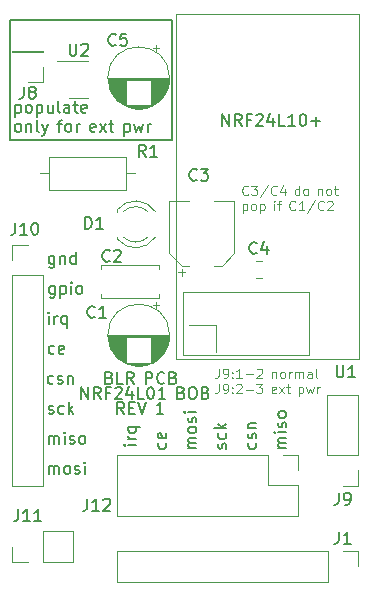
<source format=gbr>
%TF.GenerationSoftware,KiCad,Pcbnew,(7.0.0)*%
%TF.CreationDate,2024-08-26T11:17:35-04:00*%
%TF.ProjectId,nrf24l01_bob,6e726632-346c-4303-915f-626f622e6b69,rev?*%
%TF.SameCoordinates,Original*%
%TF.FileFunction,Legend,Top*%
%TF.FilePolarity,Positive*%
%FSLAX46Y46*%
G04 Gerber Fmt 4.6, Leading zero omitted, Abs format (unit mm)*
G04 Created by KiCad (PCBNEW (7.0.0)) date 2024-08-26 11:17:35*
%MOMM*%
%LPD*%
G01*
G04 APERTURE LIST*
%ADD10C,0.150000*%
%ADD11C,0.101600*%
%ADD12C,0.120000*%
G04 APERTURE END LIST*
D10*
X141716095Y-89190380D02*
X141716095Y-88190380D01*
X141716095Y-88190380D02*
X142287523Y-89190380D01*
X142287523Y-89190380D02*
X142287523Y-88190380D01*
X143335142Y-89190380D02*
X143001809Y-88714190D01*
X142763714Y-89190380D02*
X142763714Y-88190380D01*
X142763714Y-88190380D02*
X143144666Y-88190380D01*
X143144666Y-88190380D02*
X143239904Y-88238000D01*
X143239904Y-88238000D02*
X143287523Y-88285619D01*
X143287523Y-88285619D02*
X143335142Y-88380857D01*
X143335142Y-88380857D02*
X143335142Y-88523714D01*
X143335142Y-88523714D02*
X143287523Y-88618952D01*
X143287523Y-88618952D02*
X143239904Y-88666571D01*
X143239904Y-88666571D02*
X143144666Y-88714190D01*
X143144666Y-88714190D02*
X142763714Y-88714190D01*
X144097047Y-88666571D02*
X143763714Y-88666571D01*
X143763714Y-89190380D02*
X143763714Y-88190380D01*
X143763714Y-88190380D02*
X144239904Y-88190380D01*
X144573238Y-88285619D02*
X144620857Y-88238000D01*
X144620857Y-88238000D02*
X144716095Y-88190380D01*
X144716095Y-88190380D02*
X144954190Y-88190380D01*
X144954190Y-88190380D02*
X145049428Y-88238000D01*
X145049428Y-88238000D02*
X145097047Y-88285619D01*
X145097047Y-88285619D02*
X145144666Y-88380857D01*
X145144666Y-88380857D02*
X145144666Y-88476095D01*
X145144666Y-88476095D02*
X145097047Y-88618952D01*
X145097047Y-88618952D02*
X144525619Y-89190380D01*
X144525619Y-89190380D02*
X145144666Y-89190380D01*
X146001809Y-88523714D02*
X146001809Y-89190380D01*
X145763714Y-88142761D02*
X145525619Y-88857047D01*
X145525619Y-88857047D02*
X146144666Y-88857047D01*
X147001809Y-89190380D02*
X146525619Y-89190380D01*
X146525619Y-89190380D02*
X146525619Y-88190380D01*
X147858952Y-89190380D02*
X147287524Y-89190380D01*
X147573238Y-89190380D02*
X147573238Y-88190380D01*
X147573238Y-88190380D02*
X147478000Y-88333238D01*
X147478000Y-88333238D02*
X147382762Y-88428476D01*
X147382762Y-88428476D02*
X147287524Y-88476095D01*
X148478000Y-88190380D02*
X148573238Y-88190380D01*
X148573238Y-88190380D02*
X148668476Y-88238000D01*
X148668476Y-88238000D02*
X148716095Y-88285619D01*
X148716095Y-88285619D02*
X148763714Y-88380857D01*
X148763714Y-88380857D02*
X148811333Y-88571333D01*
X148811333Y-88571333D02*
X148811333Y-88809428D01*
X148811333Y-88809428D02*
X148763714Y-88999904D01*
X148763714Y-88999904D02*
X148716095Y-89095142D01*
X148716095Y-89095142D02*
X148668476Y-89142761D01*
X148668476Y-89142761D02*
X148573238Y-89190380D01*
X148573238Y-89190380D02*
X148478000Y-89190380D01*
X148478000Y-89190380D02*
X148382762Y-89142761D01*
X148382762Y-89142761D02*
X148335143Y-89095142D01*
X148335143Y-89095142D02*
X148287524Y-88999904D01*
X148287524Y-88999904D02*
X148239905Y-88809428D01*
X148239905Y-88809428D02*
X148239905Y-88571333D01*
X148239905Y-88571333D02*
X148287524Y-88380857D01*
X148287524Y-88380857D02*
X148335143Y-88285619D01*
X148335143Y-88285619D02*
X148382762Y-88238000D01*
X148382762Y-88238000D02*
X148478000Y-88190380D01*
X149239905Y-88809428D02*
X150001810Y-88809428D01*
X149620857Y-89190380D02*
X149620857Y-88428476D01*
X133397523Y-113574380D02*
X133064190Y-113098190D01*
X132826095Y-113574380D02*
X132826095Y-112574380D01*
X132826095Y-112574380D02*
X133207047Y-112574380D01*
X133207047Y-112574380D02*
X133302285Y-112622000D01*
X133302285Y-112622000D02*
X133349904Y-112669619D01*
X133349904Y-112669619D02*
X133397523Y-112764857D01*
X133397523Y-112764857D02*
X133397523Y-112907714D01*
X133397523Y-112907714D02*
X133349904Y-113002952D01*
X133349904Y-113002952D02*
X133302285Y-113050571D01*
X133302285Y-113050571D02*
X133207047Y-113098190D01*
X133207047Y-113098190D02*
X132826095Y-113098190D01*
X133826095Y-113050571D02*
X134159428Y-113050571D01*
X134302285Y-113574380D02*
X133826095Y-113574380D01*
X133826095Y-113574380D02*
X133826095Y-112574380D01*
X133826095Y-112574380D02*
X134302285Y-112574380D01*
X134588000Y-112574380D02*
X134921333Y-113574380D01*
X134921333Y-113574380D02*
X135254666Y-112574380D01*
X136711809Y-113574380D02*
X136140381Y-113574380D01*
X136426095Y-113574380D02*
X136426095Y-112574380D01*
X136426095Y-112574380D02*
X136330857Y-112717238D01*
X136330857Y-112717238D02*
X136235619Y-112812476D01*
X136235619Y-112812476D02*
X136140381Y-112860095D01*
X129778095Y-112304380D02*
X129778095Y-111304380D01*
X129778095Y-111304380D02*
X130349523Y-112304380D01*
X130349523Y-112304380D02*
X130349523Y-111304380D01*
X131397142Y-112304380D02*
X131063809Y-111828190D01*
X130825714Y-112304380D02*
X130825714Y-111304380D01*
X130825714Y-111304380D02*
X131206666Y-111304380D01*
X131206666Y-111304380D02*
X131301904Y-111352000D01*
X131301904Y-111352000D02*
X131349523Y-111399619D01*
X131349523Y-111399619D02*
X131397142Y-111494857D01*
X131397142Y-111494857D02*
X131397142Y-111637714D01*
X131397142Y-111637714D02*
X131349523Y-111732952D01*
X131349523Y-111732952D02*
X131301904Y-111780571D01*
X131301904Y-111780571D02*
X131206666Y-111828190D01*
X131206666Y-111828190D02*
X130825714Y-111828190D01*
X132159047Y-111780571D02*
X131825714Y-111780571D01*
X131825714Y-112304380D02*
X131825714Y-111304380D01*
X131825714Y-111304380D02*
X132301904Y-111304380D01*
X132635238Y-111399619D02*
X132682857Y-111352000D01*
X132682857Y-111352000D02*
X132778095Y-111304380D01*
X132778095Y-111304380D02*
X133016190Y-111304380D01*
X133016190Y-111304380D02*
X133111428Y-111352000D01*
X133111428Y-111352000D02*
X133159047Y-111399619D01*
X133159047Y-111399619D02*
X133206666Y-111494857D01*
X133206666Y-111494857D02*
X133206666Y-111590095D01*
X133206666Y-111590095D02*
X133159047Y-111732952D01*
X133159047Y-111732952D02*
X132587619Y-112304380D01*
X132587619Y-112304380D02*
X133206666Y-112304380D01*
X134063809Y-111637714D02*
X134063809Y-112304380D01*
X133825714Y-111256761D02*
X133587619Y-111971047D01*
X133587619Y-111971047D02*
X134206666Y-111971047D01*
X135063809Y-112304380D02*
X134587619Y-112304380D01*
X134587619Y-112304380D02*
X134587619Y-111304380D01*
X135587619Y-111304380D02*
X135682857Y-111304380D01*
X135682857Y-111304380D02*
X135778095Y-111352000D01*
X135778095Y-111352000D02*
X135825714Y-111399619D01*
X135825714Y-111399619D02*
X135873333Y-111494857D01*
X135873333Y-111494857D02*
X135920952Y-111685333D01*
X135920952Y-111685333D02*
X135920952Y-111923428D01*
X135920952Y-111923428D02*
X135873333Y-112113904D01*
X135873333Y-112113904D02*
X135825714Y-112209142D01*
X135825714Y-112209142D02*
X135778095Y-112256761D01*
X135778095Y-112256761D02*
X135682857Y-112304380D01*
X135682857Y-112304380D02*
X135587619Y-112304380D01*
X135587619Y-112304380D02*
X135492381Y-112256761D01*
X135492381Y-112256761D02*
X135444762Y-112209142D01*
X135444762Y-112209142D02*
X135397143Y-112113904D01*
X135397143Y-112113904D02*
X135349524Y-111923428D01*
X135349524Y-111923428D02*
X135349524Y-111685333D01*
X135349524Y-111685333D02*
X135397143Y-111494857D01*
X135397143Y-111494857D02*
X135444762Y-111399619D01*
X135444762Y-111399619D02*
X135492381Y-111352000D01*
X135492381Y-111352000D02*
X135587619Y-111304380D01*
X136873333Y-112304380D02*
X136301905Y-112304380D01*
X136587619Y-112304380D02*
X136587619Y-111304380D01*
X136587619Y-111304380D02*
X136492381Y-111447238D01*
X136492381Y-111447238D02*
X136397143Y-111542476D01*
X136397143Y-111542476D02*
X136301905Y-111590095D01*
X138235238Y-111780571D02*
X138378095Y-111828190D01*
X138378095Y-111828190D02*
X138425714Y-111875809D01*
X138425714Y-111875809D02*
X138473333Y-111971047D01*
X138473333Y-111971047D02*
X138473333Y-112113904D01*
X138473333Y-112113904D02*
X138425714Y-112209142D01*
X138425714Y-112209142D02*
X138378095Y-112256761D01*
X138378095Y-112256761D02*
X138282857Y-112304380D01*
X138282857Y-112304380D02*
X137901905Y-112304380D01*
X137901905Y-112304380D02*
X137901905Y-111304380D01*
X137901905Y-111304380D02*
X138235238Y-111304380D01*
X138235238Y-111304380D02*
X138330476Y-111352000D01*
X138330476Y-111352000D02*
X138378095Y-111399619D01*
X138378095Y-111399619D02*
X138425714Y-111494857D01*
X138425714Y-111494857D02*
X138425714Y-111590095D01*
X138425714Y-111590095D02*
X138378095Y-111685333D01*
X138378095Y-111685333D02*
X138330476Y-111732952D01*
X138330476Y-111732952D02*
X138235238Y-111780571D01*
X138235238Y-111780571D02*
X137901905Y-111780571D01*
X139092381Y-111304380D02*
X139282857Y-111304380D01*
X139282857Y-111304380D02*
X139378095Y-111352000D01*
X139378095Y-111352000D02*
X139473333Y-111447238D01*
X139473333Y-111447238D02*
X139520952Y-111637714D01*
X139520952Y-111637714D02*
X139520952Y-111971047D01*
X139520952Y-111971047D02*
X139473333Y-112161523D01*
X139473333Y-112161523D02*
X139378095Y-112256761D01*
X139378095Y-112256761D02*
X139282857Y-112304380D01*
X139282857Y-112304380D02*
X139092381Y-112304380D01*
X139092381Y-112304380D02*
X138997143Y-112256761D01*
X138997143Y-112256761D02*
X138901905Y-112161523D01*
X138901905Y-112161523D02*
X138854286Y-111971047D01*
X138854286Y-111971047D02*
X138854286Y-111637714D01*
X138854286Y-111637714D02*
X138901905Y-111447238D01*
X138901905Y-111447238D02*
X138997143Y-111352000D01*
X138997143Y-111352000D02*
X139092381Y-111304380D01*
X140282857Y-111780571D02*
X140425714Y-111828190D01*
X140425714Y-111828190D02*
X140473333Y-111875809D01*
X140473333Y-111875809D02*
X140520952Y-111971047D01*
X140520952Y-111971047D02*
X140520952Y-112113904D01*
X140520952Y-112113904D02*
X140473333Y-112209142D01*
X140473333Y-112209142D02*
X140425714Y-112256761D01*
X140425714Y-112256761D02*
X140330476Y-112304380D01*
X140330476Y-112304380D02*
X139949524Y-112304380D01*
X139949524Y-112304380D02*
X139949524Y-111304380D01*
X139949524Y-111304380D02*
X140282857Y-111304380D01*
X140282857Y-111304380D02*
X140378095Y-111352000D01*
X140378095Y-111352000D02*
X140425714Y-111399619D01*
X140425714Y-111399619D02*
X140473333Y-111494857D01*
X140473333Y-111494857D02*
X140473333Y-111590095D01*
X140473333Y-111590095D02*
X140425714Y-111685333D01*
X140425714Y-111685333D02*
X140378095Y-111732952D01*
X140378095Y-111732952D02*
X140282857Y-111780571D01*
X140282857Y-111780571D02*
X139949524Y-111780571D01*
X132143428Y-110510571D02*
X132286285Y-110558190D01*
X132286285Y-110558190D02*
X132333904Y-110605809D01*
X132333904Y-110605809D02*
X132381523Y-110701047D01*
X132381523Y-110701047D02*
X132381523Y-110843904D01*
X132381523Y-110843904D02*
X132333904Y-110939142D01*
X132333904Y-110939142D02*
X132286285Y-110986761D01*
X132286285Y-110986761D02*
X132191047Y-111034380D01*
X132191047Y-111034380D02*
X131810095Y-111034380D01*
X131810095Y-111034380D02*
X131810095Y-110034380D01*
X131810095Y-110034380D02*
X132143428Y-110034380D01*
X132143428Y-110034380D02*
X132238666Y-110082000D01*
X132238666Y-110082000D02*
X132286285Y-110129619D01*
X132286285Y-110129619D02*
X132333904Y-110224857D01*
X132333904Y-110224857D02*
X132333904Y-110320095D01*
X132333904Y-110320095D02*
X132286285Y-110415333D01*
X132286285Y-110415333D02*
X132238666Y-110462952D01*
X132238666Y-110462952D02*
X132143428Y-110510571D01*
X132143428Y-110510571D02*
X131810095Y-110510571D01*
X133286285Y-111034380D02*
X132810095Y-111034380D01*
X132810095Y-111034380D02*
X132810095Y-110034380D01*
X134191047Y-111034380D02*
X133857714Y-110558190D01*
X133619619Y-111034380D02*
X133619619Y-110034380D01*
X133619619Y-110034380D02*
X134000571Y-110034380D01*
X134000571Y-110034380D02*
X134095809Y-110082000D01*
X134095809Y-110082000D02*
X134143428Y-110129619D01*
X134143428Y-110129619D02*
X134191047Y-110224857D01*
X134191047Y-110224857D02*
X134191047Y-110367714D01*
X134191047Y-110367714D02*
X134143428Y-110462952D01*
X134143428Y-110462952D02*
X134095809Y-110510571D01*
X134095809Y-110510571D02*
X134000571Y-110558190D01*
X134000571Y-110558190D02*
X133619619Y-110558190D01*
X135219619Y-111034380D02*
X135219619Y-110034380D01*
X135219619Y-110034380D02*
X135600571Y-110034380D01*
X135600571Y-110034380D02*
X135695809Y-110082000D01*
X135695809Y-110082000D02*
X135743428Y-110129619D01*
X135743428Y-110129619D02*
X135791047Y-110224857D01*
X135791047Y-110224857D02*
X135791047Y-110367714D01*
X135791047Y-110367714D02*
X135743428Y-110462952D01*
X135743428Y-110462952D02*
X135695809Y-110510571D01*
X135695809Y-110510571D02*
X135600571Y-110558190D01*
X135600571Y-110558190D02*
X135219619Y-110558190D01*
X136791047Y-110939142D02*
X136743428Y-110986761D01*
X136743428Y-110986761D02*
X136600571Y-111034380D01*
X136600571Y-111034380D02*
X136505333Y-111034380D01*
X136505333Y-111034380D02*
X136362476Y-110986761D01*
X136362476Y-110986761D02*
X136267238Y-110891523D01*
X136267238Y-110891523D02*
X136219619Y-110796285D01*
X136219619Y-110796285D02*
X136172000Y-110605809D01*
X136172000Y-110605809D02*
X136172000Y-110462952D01*
X136172000Y-110462952D02*
X136219619Y-110272476D01*
X136219619Y-110272476D02*
X136267238Y-110177238D01*
X136267238Y-110177238D02*
X136362476Y-110082000D01*
X136362476Y-110082000D02*
X136505333Y-110034380D01*
X136505333Y-110034380D02*
X136600571Y-110034380D01*
X136600571Y-110034380D02*
X136743428Y-110082000D01*
X136743428Y-110082000D02*
X136791047Y-110129619D01*
X137552952Y-110510571D02*
X137695809Y-110558190D01*
X137695809Y-110558190D02*
X137743428Y-110605809D01*
X137743428Y-110605809D02*
X137791047Y-110701047D01*
X137791047Y-110701047D02*
X137791047Y-110843904D01*
X137791047Y-110843904D02*
X137743428Y-110939142D01*
X137743428Y-110939142D02*
X137695809Y-110986761D01*
X137695809Y-110986761D02*
X137600571Y-111034380D01*
X137600571Y-111034380D02*
X137219619Y-111034380D01*
X137219619Y-111034380D02*
X137219619Y-110034380D01*
X137219619Y-110034380D02*
X137552952Y-110034380D01*
X137552952Y-110034380D02*
X137648190Y-110082000D01*
X137648190Y-110082000D02*
X137695809Y-110129619D01*
X137695809Y-110129619D02*
X137743428Y-110224857D01*
X137743428Y-110224857D02*
X137743428Y-110320095D01*
X137743428Y-110320095D02*
X137695809Y-110415333D01*
X137695809Y-110415333D02*
X137648190Y-110462952D01*
X137648190Y-110462952D02*
X137552952Y-110510571D01*
X137552952Y-110510571D02*
X137219619Y-110510571D01*
D11*
X143903700Y-94973521D02*
X143865600Y-95011621D01*
X143865600Y-95011621D02*
X143751300Y-95049721D01*
X143751300Y-95049721D02*
X143675100Y-95049721D01*
X143675100Y-95049721D02*
X143560800Y-95011621D01*
X143560800Y-95011621D02*
X143484600Y-94935421D01*
X143484600Y-94935421D02*
X143446500Y-94859221D01*
X143446500Y-94859221D02*
X143408400Y-94706821D01*
X143408400Y-94706821D02*
X143408400Y-94592521D01*
X143408400Y-94592521D02*
X143446500Y-94440121D01*
X143446500Y-94440121D02*
X143484600Y-94363921D01*
X143484600Y-94363921D02*
X143560800Y-94287721D01*
X143560800Y-94287721D02*
X143675100Y-94249621D01*
X143675100Y-94249621D02*
X143751300Y-94249621D01*
X143751300Y-94249621D02*
X143865600Y-94287721D01*
X143865600Y-94287721D02*
X143903700Y-94325821D01*
X144170400Y-94249621D02*
X144665700Y-94249621D01*
X144665700Y-94249621D02*
X144399000Y-94554421D01*
X144399000Y-94554421D02*
X144513300Y-94554421D01*
X144513300Y-94554421D02*
X144589500Y-94592521D01*
X144589500Y-94592521D02*
X144627600Y-94630621D01*
X144627600Y-94630621D02*
X144665700Y-94706821D01*
X144665700Y-94706821D02*
X144665700Y-94897321D01*
X144665700Y-94897321D02*
X144627600Y-94973521D01*
X144627600Y-94973521D02*
X144589500Y-95011621D01*
X144589500Y-95011621D02*
X144513300Y-95049721D01*
X144513300Y-95049721D02*
X144284700Y-95049721D01*
X144284700Y-95049721D02*
X144208500Y-95011621D01*
X144208500Y-95011621D02*
X144170400Y-94973521D01*
X145580100Y-94211521D02*
X144894300Y-95240221D01*
X146304000Y-94973521D02*
X146265900Y-95011621D01*
X146265900Y-95011621D02*
X146151600Y-95049721D01*
X146151600Y-95049721D02*
X146075400Y-95049721D01*
X146075400Y-95049721D02*
X145961100Y-95011621D01*
X145961100Y-95011621D02*
X145884900Y-94935421D01*
X145884900Y-94935421D02*
X145846800Y-94859221D01*
X145846800Y-94859221D02*
X145808700Y-94706821D01*
X145808700Y-94706821D02*
X145808700Y-94592521D01*
X145808700Y-94592521D02*
X145846800Y-94440121D01*
X145846800Y-94440121D02*
X145884900Y-94363921D01*
X145884900Y-94363921D02*
X145961100Y-94287721D01*
X145961100Y-94287721D02*
X146075400Y-94249621D01*
X146075400Y-94249621D02*
X146151600Y-94249621D01*
X146151600Y-94249621D02*
X146265900Y-94287721D01*
X146265900Y-94287721D02*
X146304000Y-94325821D01*
X146989800Y-94516321D02*
X146989800Y-95049721D01*
X146799300Y-94211521D02*
X146608800Y-94783021D01*
X146608800Y-94783021D02*
X147104100Y-94783021D01*
X148231860Y-95049721D02*
X148231860Y-94249621D01*
X148231860Y-95011621D02*
X148155660Y-95049721D01*
X148155660Y-95049721D02*
X148003260Y-95049721D01*
X148003260Y-95049721D02*
X147927060Y-95011621D01*
X147927060Y-95011621D02*
X147888960Y-94973521D01*
X147888960Y-94973521D02*
X147850860Y-94897321D01*
X147850860Y-94897321D02*
X147850860Y-94668721D01*
X147850860Y-94668721D02*
X147888960Y-94592521D01*
X147888960Y-94592521D02*
X147927060Y-94554421D01*
X147927060Y-94554421D02*
X148003260Y-94516321D01*
X148003260Y-94516321D02*
X148155660Y-94516321D01*
X148155660Y-94516321D02*
X148231860Y-94554421D01*
X148727160Y-95049721D02*
X148650960Y-95011621D01*
X148650960Y-95011621D02*
X148612860Y-94973521D01*
X148612860Y-94973521D02*
X148574760Y-94897321D01*
X148574760Y-94897321D02*
X148574760Y-94668721D01*
X148574760Y-94668721D02*
X148612860Y-94592521D01*
X148612860Y-94592521D02*
X148650960Y-94554421D01*
X148650960Y-94554421D02*
X148727160Y-94516321D01*
X148727160Y-94516321D02*
X148841460Y-94516321D01*
X148841460Y-94516321D02*
X148917660Y-94554421D01*
X148917660Y-94554421D02*
X148955760Y-94592521D01*
X148955760Y-94592521D02*
X148993860Y-94668721D01*
X148993860Y-94668721D02*
X148993860Y-94897321D01*
X148993860Y-94897321D02*
X148955760Y-94973521D01*
X148955760Y-94973521D02*
X148917660Y-95011621D01*
X148917660Y-95011621D02*
X148841460Y-95049721D01*
X148841460Y-95049721D02*
X148727160Y-95049721D01*
X149816820Y-94516321D02*
X149816820Y-95049721D01*
X149816820Y-94592521D02*
X149854920Y-94554421D01*
X149854920Y-94554421D02*
X149931120Y-94516321D01*
X149931120Y-94516321D02*
X150045420Y-94516321D01*
X150045420Y-94516321D02*
X150121620Y-94554421D01*
X150121620Y-94554421D02*
X150159720Y-94630621D01*
X150159720Y-94630621D02*
X150159720Y-95049721D01*
X150655020Y-95049721D02*
X150578820Y-95011621D01*
X150578820Y-95011621D02*
X150540720Y-94973521D01*
X150540720Y-94973521D02*
X150502620Y-94897321D01*
X150502620Y-94897321D02*
X150502620Y-94668721D01*
X150502620Y-94668721D02*
X150540720Y-94592521D01*
X150540720Y-94592521D02*
X150578820Y-94554421D01*
X150578820Y-94554421D02*
X150655020Y-94516321D01*
X150655020Y-94516321D02*
X150769320Y-94516321D01*
X150769320Y-94516321D02*
X150845520Y-94554421D01*
X150845520Y-94554421D02*
X150883620Y-94592521D01*
X150883620Y-94592521D02*
X150921720Y-94668721D01*
X150921720Y-94668721D02*
X150921720Y-94897321D01*
X150921720Y-94897321D02*
X150883620Y-94973521D01*
X150883620Y-94973521D02*
X150845520Y-95011621D01*
X150845520Y-95011621D02*
X150769320Y-95049721D01*
X150769320Y-95049721D02*
X150655020Y-95049721D01*
X151150320Y-94516321D02*
X151455120Y-94516321D01*
X151264620Y-94249621D02*
X151264620Y-94935421D01*
X151264620Y-94935421D02*
X151302720Y-95011621D01*
X151302720Y-95011621D02*
X151378920Y-95049721D01*
X151378920Y-95049721D02*
X151455120Y-95049721D01*
X143446500Y-95812483D02*
X143446500Y-96612583D01*
X143446500Y-95850583D02*
X143522700Y-95812483D01*
X143522700Y-95812483D02*
X143675100Y-95812483D01*
X143675100Y-95812483D02*
X143751300Y-95850583D01*
X143751300Y-95850583D02*
X143789400Y-95888683D01*
X143789400Y-95888683D02*
X143827500Y-95964883D01*
X143827500Y-95964883D02*
X143827500Y-96193483D01*
X143827500Y-96193483D02*
X143789400Y-96269683D01*
X143789400Y-96269683D02*
X143751300Y-96307783D01*
X143751300Y-96307783D02*
X143675100Y-96345883D01*
X143675100Y-96345883D02*
X143522700Y-96345883D01*
X143522700Y-96345883D02*
X143446500Y-96307783D01*
X144284700Y-96345883D02*
X144208500Y-96307783D01*
X144208500Y-96307783D02*
X144170400Y-96269683D01*
X144170400Y-96269683D02*
X144132300Y-96193483D01*
X144132300Y-96193483D02*
X144132300Y-95964883D01*
X144132300Y-95964883D02*
X144170400Y-95888683D01*
X144170400Y-95888683D02*
X144208500Y-95850583D01*
X144208500Y-95850583D02*
X144284700Y-95812483D01*
X144284700Y-95812483D02*
X144399000Y-95812483D01*
X144399000Y-95812483D02*
X144475200Y-95850583D01*
X144475200Y-95850583D02*
X144513300Y-95888683D01*
X144513300Y-95888683D02*
X144551400Y-95964883D01*
X144551400Y-95964883D02*
X144551400Y-96193483D01*
X144551400Y-96193483D02*
X144513300Y-96269683D01*
X144513300Y-96269683D02*
X144475200Y-96307783D01*
X144475200Y-96307783D02*
X144399000Y-96345883D01*
X144399000Y-96345883D02*
X144284700Y-96345883D01*
X144894300Y-95812483D02*
X144894300Y-96612583D01*
X144894300Y-95850583D02*
X144970500Y-95812483D01*
X144970500Y-95812483D02*
X145122900Y-95812483D01*
X145122900Y-95812483D02*
X145199100Y-95850583D01*
X145199100Y-95850583D02*
X145237200Y-95888683D01*
X145237200Y-95888683D02*
X145275300Y-95964883D01*
X145275300Y-95964883D02*
X145275300Y-96193483D01*
X145275300Y-96193483D02*
X145237200Y-96269683D01*
X145237200Y-96269683D02*
X145199100Y-96307783D01*
X145199100Y-96307783D02*
X145122900Y-96345883D01*
X145122900Y-96345883D02*
X144970500Y-96345883D01*
X144970500Y-96345883D02*
X144894300Y-96307783D01*
X146098260Y-96345883D02*
X146098260Y-95812483D01*
X146098260Y-95545783D02*
X146060160Y-95583883D01*
X146060160Y-95583883D02*
X146098260Y-95621983D01*
X146098260Y-95621983D02*
X146136360Y-95583883D01*
X146136360Y-95583883D02*
X146098260Y-95545783D01*
X146098260Y-95545783D02*
X146098260Y-95621983D01*
X146364960Y-95812483D02*
X146669760Y-95812483D01*
X146479260Y-96345883D02*
X146479260Y-95660083D01*
X146479260Y-95660083D02*
X146517360Y-95583883D01*
X146517360Y-95583883D02*
X146593560Y-95545783D01*
X146593560Y-95545783D02*
X146669760Y-95545783D01*
X147873720Y-96269683D02*
X147835620Y-96307783D01*
X147835620Y-96307783D02*
X147721320Y-96345883D01*
X147721320Y-96345883D02*
X147645120Y-96345883D01*
X147645120Y-96345883D02*
X147530820Y-96307783D01*
X147530820Y-96307783D02*
X147454620Y-96231583D01*
X147454620Y-96231583D02*
X147416520Y-96155383D01*
X147416520Y-96155383D02*
X147378420Y-96002983D01*
X147378420Y-96002983D02*
X147378420Y-95888683D01*
X147378420Y-95888683D02*
X147416520Y-95736283D01*
X147416520Y-95736283D02*
X147454620Y-95660083D01*
X147454620Y-95660083D02*
X147530820Y-95583883D01*
X147530820Y-95583883D02*
X147645120Y-95545783D01*
X147645120Y-95545783D02*
X147721320Y-95545783D01*
X147721320Y-95545783D02*
X147835620Y-95583883D01*
X147835620Y-95583883D02*
X147873720Y-95621983D01*
X148635720Y-96345883D02*
X148178520Y-96345883D01*
X148407120Y-96345883D02*
X148407120Y-95545783D01*
X148407120Y-95545783D02*
X148330920Y-95660083D01*
X148330920Y-95660083D02*
X148254720Y-95736283D01*
X148254720Y-95736283D02*
X148178520Y-95774383D01*
X149550120Y-95507683D02*
X148864320Y-96536383D01*
X150274020Y-96269683D02*
X150235920Y-96307783D01*
X150235920Y-96307783D02*
X150121620Y-96345883D01*
X150121620Y-96345883D02*
X150045420Y-96345883D01*
X150045420Y-96345883D02*
X149931120Y-96307783D01*
X149931120Y-96307783D02*
X149854920Y-96231583D01*
X149854920Y-96231583D02*
X149816820Y-96155383D01*
X149816820Y-96155383D02*
X149778720Y-96002983D01*
X149778720Y-96002983D02*
X149778720Y-95888683D01*
X149778720Y-95888683D02*
X149816820Y-95736283D01*
X149816820Y-95736283D02*
X149854920Y-95660083D01*
X149854920Y-95660083D02*
X149931120Y-95583883D01*
X149931120Y-95583883D02*
X150045420Y-95545783D01*
X150045420Y-95545783D02*
X150121620Y-95545783D01*
X150121620Y-95545783D02*
X150235920Y-95583883D01*
X150235920Y-95583883D02*
X150274020Y-95621983D01*
X150578820Y-95621983D02*
X150616920Y-95583883D01*
X150616920Y-95583883D02*
X150693120Y-95545783D01*
X150693120Y-95545783D02*
X150883620Y-95545783D01*
X150883620Y-95545783D02*
X150959820Y-95583883D01*
X150959820Y-95583883D02*
X150997920Y-95621983D01*
X150997920Y-95621983D02*
X151036020Y-95698183D01*
X151036020Y-95698183D02*
X151036020Y-95774383D01*
X151036020Y-95774383D02*
X150997920Y-95888683D01*
X150997920Y-95888683D02*
X150540720Y-96345883D01*
X150540720Y-96345883D02*
X151036020Y-96345883D01*
D10*
X127524190Y-102747714D02*
X127524190Y-103557238D01*
X127524190Y-103557238D02*
X127476571Y-103652476D01*
X127476571Y-103652476D02*
X127428952Y-103700095D01*
X127428952Y-103700095D02*
X127333714Y-103747714D01*
X127333714Y-103747714D02*
X127190857Y-103747714D01*
X127190857Y-103747714D02*
X127095619Y-103700095D01*
X127524190Y-103366761D02*
X127428952Y-103414380D01*
X127428952Y-103414380D02*
X127238476Y-103414380D01*
X127238476Y-103414380D02*
X127143238Y-103366761D01*
X127143238Y-103366761D02*
X127095619Y-103319142D01*
X127095619Y-103319142D02*
X127048000Y-103223904D01*
X127048000Y-103223904D02*
X127048000Y-102938190D01*
X127048000Y-102938190D02*
X127095619Y-102842952D01*
X127095619Y-102842952D02*
X127143238Y-102795333D01*
X127143238Y-102795333D02*
X127238476Y-102747714D01*
X127238476Y-102747714D02*
X127428952Y-102747714D01*
X127428952Y-102747714D02*
X127524190Y-102795333D01*
X128000381Y-102747714D02*
X128000381Y-103747714D01*
X128000381Y-102795333D02*
X128095619Y-102747714D01*
X128095619Y-102747714D02*
X128286095Y-102747714D01*
X128286095Y-102747714D02*
X128381333Y-102795333D01*
X128381333Y-102795333D02*
X128428952Y-102842952D01*
X128428952Y-102842952D02*
X128476571Y-102938190D01*
X128476571Y-102938190D02*
X128476571Y-103223904D01*
X128476571Y-103223904D02*
X128428952Y-103319142D01*
X128428952Y-103319142D02*
X128381333Y-103366761D01*
X128381333Y-103366761D02*
X128286095Y-103414380D01*
X128286095Y-103414380D02*
X128095619Y-103414380D01*
X128095619Y-103414380D02*
X128000381Y-103366761D01*
X128905143Y-103414380D02*
X128905143Y-102747714D01*
X128905143Y-102414380D02*
X128857524Y-102462000D01*
X128857524Y-102462000D02*
X128905143Y-102509619D01*
X128905143Y-102509619D02*
X128952762Y-102462000D01*
X128952762Y-102462000D02*
X128905143Y-102414380D01*
X128905143Y-102414380D02*
X128905143Y-102509619D01*
X129524190Y-103414380D02*
X129428952Y-103366761D01*
X129428952Y-103366761D02*
X129381333Y-103319142D01*
X129381333Y-103319142D02*
X129333714Y-103223904D01*
X129333714Y-103223904D02*
X129333714Y-102938190D01*
X129333714Y-102938190D02*
X129381333Y-102842952D01*
X129381333Y-102842952D02*
X129428952Y-102795333D01*
X129428952Y-102795333D02*
X129524190Y-102747714D01*
X129524190Y-102747714D02*
X129667047Y-102747714D01*
X129667047Y-102747714D02*
X129762285Y-102795333D01*
X129762285Y-102795333D02*
X129809904Y-102842952D01*
X129809904Y-102842952D02*
X129857523Y-102938190D01*
X129857523Y-102938190D02*
X129857523Y-103223904D01*
X129857523Y-103223904D02*
X129809904Y-103319142D01*
X129809904Y-103319142D02*
X129762285Y-103366761D01*
X129762285Y-103366761D02*
X129667047Y-103414380D01*
X129667047Y-103414380D02*
X129524190Y-103414380D01*
X124190095Y-87411714D02*
X124190095Y-88411714D01*
X124190095Y-87459333D02*
X124285333Y-87411714D01*
X124285333Y-87411714D02*
X124475809Y-87411714D01*
X124475809Y-87411714D02*
X124571047Y-87459333D01*
X124571047Y-87459333D02*
X124618666Y-87506952D01*
X124618666Y-87506952D02*
X124666285Y-87602190D01*
X124666285Y-87602190D02*
X124666285Y-87887904D01*
X124666285Y-87887904D02*
X124618666Y-87983142D01*
X124618666Y-87983142D02*
X124571047Y-88030761D01*
X124571047Y-88030761D02*
X124475809Y-88078380D01*
X124475809Y-88078380D02*
X124285333Y-88078380D01*
X124285333Y-88078380D02*
X124190095Y-88030761D01*
X125237714Y-88078380D02*
X125142476Y-88030761D01*
X125142476Y-88030761D02*
X125094857Y-87983142D01*
X125094857Y-87983142D02*
X125047238Y-87887904D01*
X125047238Y-87887904D02*
X125047238Y-87602190D01*
X125047238Y-87602190D02*
X125094857Y-87506952D01*
X125094857Y-87506952D02*
X125142476Y-87459333D01*
X125142476Y-87459333D02*
X125237714Y-87411714D01*
X125237714Y-87411714D02*
X125380571Y-87411714D01*
X125380571Y-87411714D02*
X125475809Y-87459333D01*
X125475809Y-87459333D02*
X125523428Y-87506952D01*
X125523428Y-87506952D02*
X125571047Y-87602190D01*
X125571047Y-87602190D02*
X125571047Y-87887904D01*
X125571047Y-87887904D02*
X125523428Y-87983142D01*
X125523428Y-87983142D02*
X125475809Y-88030761D01*
X125475809Y-88030761D02*
X125380571Y-88078380D01*
X125380571Y-88078380D02*
X125237714Y-88078380D01*
X125999619Y-87411714D02*
X125999619Y-88411714D01*
X125999619Y-87459333D02*
X126094857Y-87411714D01*
X126094857Y-87411714D02*
X126285333Y-87411714D01*
X126285333Y-87411714D02*
X126380571Y-87459333D01*
X126380571Y-87459333D02*
X126428190Y-87506952D01*
X126428190Y-87506952D02*
X126475809Y-87602190D01*
X126475809Y-87602190D02*
X126475809Y-87887904D01*
X126475809Y-87887904D02*
X126428190Y-87983142D01*
X126428190Y-87983142D02*
X126380571Y-88030761D01*
X126380571Y-88030761D02*
X126285333Y-88078380D01*
X126285333Y-88078380D02*
X126094857Y-88078380D01*
X126094857Y-88078380D02*
X125999619Y-88030761D01*
X127332952Y-87411714D02*
X127332952Y-88078380D01*
X126904381Y-87411714D02*
X126904381Y-87935523D01*
X126904381Y-87935523D02*
X126952000Y-88030761D01*
X126952000Y-88030761D02*
X127047238Y-88078380D01*
X127047238Y-88078380D02*
X127190095Y-88078380D01*
X127190095Y-88078380D02*
X127285333Y-88030761D01*
X127285333Y-88030761D02*
X127332952Y-87983142D01*
X127952000Y-88078380D02*
X127856762Y-88030761D01*
X127856762Y-88030761D02*
X127809143Y-87935523D01*
X127809143Y-87935523D02*
X127809143Y-87078380D01*
X128761524Y-88078380D02*
X128761524Y-87554571D01*
X128761524Y-87554571D02*
X128713905Y-87459333D01*
X128713905Y-87459333D02*
X128618667Y-87411714D01*
X128618667Y-87411714D02*
X128428191Y-87411714D01*
X128428191Y-87411714D02*
X128332953Y-87459333D01*
X128761524Y-88030761D02*
X128666286Y-88078380D01*
X128666286Y-88078380D02*
X128428191Y-88078380D01*
X128428191Y-88078380D02*
X128332953Y-88030761D01*
X128332953Y-88030761D02*
X128285334Y-87935523D01*
X128285334Y-87935523D02*
X128285334Y-87840285D01*
X128285334Y-87840285D02*
X128332953Y-87745047D01*
X128332953Y-87745047D02*
X128428191Y-87697428D01*
X128428191Y-87697428D02*
X128666286Y-87697428D01*
X128666286Y-87697428D02*
X128761524Y-87649809D01*
X129094858Y-87411714D02*
X129475810Y-87411714D01*
X129237715Y-87078380D02*
X129237715Y-87935523D01*
X129237715Y-87935523D02*
X129285334Y-88030761D01*
X129285334Y-88030761D02*
X129380572Y-88078380D01*
X129380572Y-88078380D02*
X129475810Y-88078380D01*
X130190096Y-88030761D02*
X130094858Y-88078380D01*
X130094858Y-88078380D02*
X129904382Y-88078380D01*
X129904382Y-88078380D02*
X129809144Y-88030761D01*
X129809144Y-88030761D02*
X129761525Y-87935523D01*
X129761525Y-87935523D02*
X129761525Y-87554571D01*
X129761525Y-87554571D02*
X129809144Y-87459333D01*
X129809144Y-87459333D02*
X129904382Y-87411714D01*
X129904382Y-87411714D02*
X130094858Y-87411714D01*
X130094858Y-87411714D02*
X130190096Y-87459333D01*
X130190096Y-87459333D02*
X130237715Y-87554571D01*
X130237715Y-87554571D02*
X130237715Y-87649809D01*
X130237715Y-87649809D02*
X129761525Y-87745047D01*
X124332952Y-89698380D02*
X124237714Y-89650761D01*
X124237714Y-89650761D02*
X124190095Y-89603142D01*
X124190095Y-89603142D02*
X124142476Y-89507904D01*
X124142476Y-89507904D02*
X124142476Y-89222190D01*
X124142476Y-89222190D02*
X124190095Y-89126952D01*
X124190095Y-89126952D02*
X124237714Y-89079333D01*
X124237714Y-89079333D02*
X124332952Y-89031714D01*
X124332952Y-89031714D02*
X124475809Y-89031714D01*
X124475809Y-89031714D02*
X124571047Y-89079333D01*
X124571047Y-89079333D02*
X124618666Y-89126952D01*
X124618666Y-89126952D02*
X124666285Y-89222190D01*
X124666285Y-89222190D02*
X124666285Y-89507904D01*
X124666285Y-89507904D02*
X124618666Y-89603142D01*
X124618666Y-89603142D02*
X124571047Y-89650761D01*
X124571047Y-89650761D02*
X124475809Y-89698380D01*
X124475809Y-89698380D02*
X124332952Y-89698380D01*
X125094857Y-89031714D02*
X125094857Y-89698380D01*
X125094857Y-89126952D02*
X125142476Y-89079333D01*
X125142476Y-89079333D02*
X125237714Y-89031714D01*
X125237714Y-89031714D02*
X125380571Y-89031714D01*
X125380571Y-89031714D02*
X125475809Y-89079333D01*
X125475809Y-89079333D02*
X125523428Y-89174571D01*
X125523428Y-89174571D02*
X125523428Y-89698380D01*
X126142476Y-89698380D02*
X126047238Y-89650761D01*
X126047238Y-89650761D02*
X125999619Y-89555523D01*
X125999619Y-89555523D02*
X125999619Y-88698380D01*
X126428191Y-89031714D02*
X126666286Y-89698380D01*
X126904381Y-89031714D02*
X126666286Y-89698380D01*
X126666286Y-89698380D02*
X126571048Y-89936476D01*
X126571048Y-89936476D02*
X126523429Y-89984095D01*
X126523429Y-89984095D02*
X126428191Y-90031714D01*
X127742477Y-89031714D02*
X128123429Y-89031714D01*
X127885334Y-89698380D02*
X127885334Y-88841238D01*
X127885334Y-88841238D02*
X127932953Y-88746000D01*
X127932953Y-88746000D02*
X128028191Y-88698380D01*
X128028191Y-88698380D02*
X128123429Y-88698380D01*
X128599620Y-89698380D02*
X128504382Y-89650761D01*
X128504382Y-89650761D02*
X128456763Y-89603142D01*
X128456763Y-89603142D02*
X128409144Y-89507904D01*
X128409144Y-89507904D02*
X128409144Y-89222190D01*
X128409144Y-89222190D02*
X128456763Y-89126952D01*
X128456763Y-89126952D02*
X128504382Y-89079333D01*
X128504382Y-89079333D02*
X128599620Y-89031714D01*
X128599620Y-89031714D02*
X128742477Y-89031714D01*
X128742477Y-89031714D02*
X128837715Y-89079333D01*
X128837715Y-89079333D02*
X128885334Y-89126952D01*
X128885334Y-89126952D02*
X128932953Y-89222190D01*
X128932953Y-89222190D02*
X128932953Y-89507904D01*
X128932953Y-89507904D02*
X128885334Y-89603142D01*
X128885334Y-89603142D02*
X128837715Y-89650761D01*
X128837715Y-89650761D02*
X128742477Y-89698380D01*
X128742477Y-89698380D02*
X128599620Y-89698380D01*
X129361525Y-89698380D02*
X129361525Y-89031714D01*
X129361525Y-89222190D02*
X129409144Y-89126952D01*
X129409144Y-89126952D02*
X129456763Y-89079333D01*
X129456763Y-89079333D02*
X129552001Y-89031714D01*
X129552001Y-89031714D02*
X129647239Y-89031714D01*
X130961525Y-89650761D02*
X130866287Y-89698380D01*
X130866287Y-89698380D02*
X130675811Y-89698380D01*
X130675811Y-89698380D02*
X130580573Y-89650761D01*
X130580573Y-89650761D02*
X130532954Y-89555523D01*
X130532954Y-89555523D02*
X130532954Y-89174571D01*
X130532954Y-89174571D02*
X130580573Y-89079333D01*
X130580573Y-89079333D02*
X130675811Y-89031714D01*
X130675811Y-89031714D02*
X130866287Y-89031714D01*
X130866287Y-89031714D02*
X130961525Y-89079333D01*
X130961525Y-89079333D02*
X131009144Y-89174571D01*
X131009144Y-89174571D02*
X131009144Y-89269809D01*
X131009144Y-89269809D02*
X130532954Y-89365047D01*
X131342478Y-89698380D02*
X131866287Y-89031714D01*
X131342478Y-89031714D02*
X131866287Y-89698380D01*
X132104383Y-89031714D02*
X132485335Y-89031714D01*
X132247240Y-88698380D02*
X132247240Y-89555523D01*
X132247240Y-89555523D02*
X132294859Y-89650761D01*
X132294859Y-89650761D02*
X132390097Y-89698380D01*
X132390097Y-89698380D02*
X132485335Y-89698380D01*
X133418669Y-89031714D02*
X133418669Y-90031714D01*
X133418669Y-89079333D02*
X133513907Y-89031714D01*
X133513907Y-89031714D02*
X133704383Y-89031714D01*
X133704383Y-89031714D02*
X133799621Y-89079333D01*
X133799621Y-89079333D02*
X133847240Y-89126952D01*
X133847240Y-89126952D02*
X133894859Y-89222190D01*
X133894859Y-89222190D02*
X133894859Y-89507904D01*
X133894859Y-89507904D02*
X133847240Y-89603142D01*
X133847240Y-89603142D02*
X133799621Y-89650761D01*
X133799621Y-89650761D02*
X133704383Y-89698380D01*
X133704383Y-89698380D02*
X133513907Y-89698380D01*
X133513907Y-89698380D02*
X133418669Y-89650761D01*
X134228193Y-89031714D02*
X134418669Y-89698380D01*
X134418669Y-89698380D02*
X134609145Y-89222190D01*
X134609145Y-89222190D02*
X134799621Y-89698380D01*
X134799621Y-89698380D02*
X134990097Y-89031714D01*
X135371050Y-89698380D02*
X135371050Y-89031714D01*
X135371050Y-89222190D02*
X135418669Y-89126952D01*
X135418669Y-89126952D02*
X135466288Y-89079333D01*
X135466288Y-89079333D02*
X135561526Y-89031714D01*
X135561526Y-89031714D02*
X135656764Y-89031714D01*
X123698000Y-80264000D02*
X137414000Y-80264000D01*
X137414000Y-80264000D02*
X137414000Y-90424000D01*
X137414000Y-90424000D02*
X123698000Y-90424000D01*
X123698000Y-90424000D02*
X123698000Y-80264000D01*
D11*
X141389100Y-109743621D02*
X141389100Y-110315121D01*
X141389100Y-110315121D02*
X141351000Y-110429421D01*
X141351000Y-110429421D02*
X141274800Y-110505621D01*
X141274800Y-110505621D02*
X141160500Y-110543721D01*
X141160500Y-110543721D02*
X141084300Y-110543721D01*
X141808200Y-110543721D02*
X141960600Y-110543721D01*
X141960600Y-110543721D02*
X142036800Y-110505621D01*
X142036800Y-110505621D02*
X142074900Y-110467521D01*
X142074900Y-110467521D02*
X142151100Y-110353221D01*
X142151100Y-110353221D02*
X142189200Y-110200821D01*
X142189200Y-110200821D02*
X142189200Y-109896021D01*
X142189200Y-109896021D02*
X142151100Y-109819821D01*
X142151100Y-109819821D02*
X142113000Y-109781721D01*
X142113000Y-109781721D02*
X142036800Y-109743621D01*
X142036800Y-109743621D02*
X141884400Y-109743621D01*
X141884400Y-109743621D02*
X141808200Y-109781721D01*
X141808200Y-109781721D02*
X141770100Y-109819821D01*
X141770100Y-109819821D02*
X141732000Y-109896021D01*
X141732000Y-109896021D02*
X141732000Y-110086521D01*
X141732000Y-110086521D02*
X141770100Y-110162721D01*
X141770100Y-110162721D02*
X141808200Y-110200821D01*
X141808200Y-110200821D02*
X141884400Y-110238921D01*
X141884400Y-110238921D02*
X142036800Y-110238921D01*
X142036800Y-110238921D02*
X142113000Y-110200821D01*
X142113000Y-110200821D02*
X142151100Y-110162721D01*
X142151100Y-110162721D02*
X142189200Y-110086521D01*
X142532100Y-110467521D02*
X142570200Y-110505621D01*
X142570200Y-110505621D02*
X142532100Y-110543721D01*
X142532100Y-110543721D02*
X142494000Y-110505621D01*
X142494000Y-110505621D02*
X142532100Y-110467521D01*
X142532100Y-110467521D02*
X142532100Y-110543721D01*
X142532100Y-110048421D02*
X142570200Y-110086521D01*
X142570200Y-110086521D02*
X142532100Y-110124621D01*
X142532100Y-110124621D02*
X142494000Y-110086521D01*
X142494000Y-110086521D02*
X142532100Y-110048421D01*
X142532100Y-110048421D02*
X142532100Y-110124621D01*
X143332200Y-110543721D02*
X142875000Y-110543721D01*
X143103600Y-110543721D02*
X143103600Y-109743621D01*
X143103600Y-109743621D02*
X143027400Y-109857921D01*
X143027400Y-109857921D02*
X142951200Y-109934121D01*
X142951200Y-109934121D02*
X142875000Y-109972221D01*
X143675100Y-110238921D02*
X144284700Y-110238921D01*
X144627600Y-109819821D02*
X144665700Y-109781721D01*
X144665700Y-109781721D02*
X144741900Y-109743621D01*
X144741900Y-109743621D02*
X144932400Y-109743621D01*
X144932400Y-109743621D02*
X145008600Y-109781721D01*
X145008600Y-109781721D02*
X145046700Y-109819821D01*
X145046700Y-109819821D02*
X145084800Y-109896021D01*
X145084800Y-109896021D02*
X145084800Y-109972221D01*
X145084800Y-109972221D02*
X145046700Y-110086521D01*
X145046700Y-110086521D02*
X144589500Y-110543721D01*
X144589500Y-110543721D02*
X145084800Y-110543721D01*
X145907760Y-110010321D02*
X145907760Y-110543721D01*
X145907760Y-110086521D02*
X145945860Y-110048421D01*
X145945860Y-110048421D02*
X146022060Y-110010321D01*
X146022060Y-110010321D02*
X146136360Y-110010321D01*
X146136360Y-110010321D02*
X146212560Y-110048421D01*
X146212560Y-110048421D02*
X146250660Y-110124621D01*
X146250660Y-110124621D02*
X146250660Y-110543721D01*
X146745960Y-110543721D02*
X146669760Y-110505621D01*
X146669760Y-110505621D02*
X146631660Y-110467521D01*
X146631660Y-110467521D02*
X146593560Y-110391321D01*
X146593560Y-110391321D02*
X146593560Y-110162721D01*
X146593560Y-110162721D02*
X146631660Y-110086521D01*
X146631660Y-110086521D02*
X146669760Y-110048421D01*
X146669760Y-110048421D02*
X146745960Y-110010321D01*
X146745960Y-110010321D02*
X146860260Y-110010321D01*
X146860260Y-110010321D02*
X146936460Y-110048421D01*
X146936460Y-110048421D02*
X146974560Y-110086521D01*
X146974560Y-110086521D02*
X147012660Y-110162721D01*
X147012660Y-110162721D02*
X147012660Y-110391321D01*
X147012660Y-110391321D02*
X146974560Y-110467521D01*
X146974560Y-110467521D02*
X146936460Y-110505621D01*
X146936460Y-110505621D02*
X146860260Y-110543721D01*
X146860260Y-110543721D02*
X146745960Y-110543721D01*
X147355560Y-110543721D02*
X147355560Y-110010321D01*
X147355560Y-110162721D02*
X147393660Y-110086521D01*
X147393660Y-110086521D02*
X147431760Y-110048421D01*
X147431760Y-110048421D02*
X147507960Y-110010321D01*
X147507960Y-110010321D02*
X147584160Y-110010321D01*
X147850860Y-110543721D02*
X147850860Y-110010321D01*
X147850860Y-110086521D02*
X147888960Y-110048421D01*
X147888960Y-110048421D02*
X147965160Y-110010321D01*
X147965160Y-110010321D02*
X148079460Y-110010321D01*
X148079460Y-110010321D02*
X148155660Y-110048421D01*
X148155660Y-110048421D02*
X148193760Y-110124621D01*
X148193760Y-110124621D02*
X148193760Y-110543721D01*
X148193760Y-110124621D02*
X148231860Y-110048421D01*
X148231860Y-110048421D02*
X148308060Y-110010321D01*
X148308060Y-110010321D02*
X148422360Y-110010321D01*
X148422360Y-110010321D02*
X148498560Y-110048421D01*
X148498560Y-110048421D02*
X148536660Y-110124621D01*
X148536660Y-110124621D02*
X148536660Y-110543721D01*
X149260560Y-110543721D02*
X149260560Y-110124621D01*
X149260560Y-110124621D02*
X149222460Y-110048421D01*
X149222460Y-110048421D02*
X149146260Y-110010321D01*
X149146260Y-110010321D02*
X148993860Y-110010321D01*
X148993860Y-110010321D02*
X148917660Y-110048421D01*
X149260560Y-110505621D02*
X149184360Y-110543721D01*
X149184360Y-110543721D02*
X148993860Y-110543721D01*
X148993860Y-110543721D02*
X148917660Y-110505621D01*
X148917660Y-110505621D02*
X148879560Y-110429421D01*
X148879560Y-110429421D02*
X148879560Y-110353221D01*
X148879560Y-110353221D02*
X148917660Y-110277021D01*
X148917660Y-110277021D02*
X148993860Y-110238921D01*
X148993860Y-110238921D02*
X149184360Y-110238921D01*
X149184360Y-110238921D02*
X149260560Y-110200821D01*
X149755860Y-110543721D02*
X149679660Y-110505621D01*
X149679660Y-110505621D02*
X149641560Y-110429421D01*
X149641560Y-110429421D02*
X149641560Y-109743621D01*
X141389100Y-111039783D02*
X141389100Y-111611283D01*
X141389100Y-111611283D02*
X141351000Y-111725583D01*
X141351000Y-111725583D02*
X141274800Y-111801783D01*
X141274800Y-111801783D02*
X141160500Y-111839883D01*
X141160500Y-111839883D02*
X141084300Y-111839883D01*
X141808200Y-111839883D02*
X141960600Y-111839883D01*
X141960600Y-111839883D02*
X142036800Y-111801783D01*
X142036800Y-111801783D02*
X142074900Y-111763683D01*
X142074900Y-111763683D02*
X142151100Y-111649383D01*
X142151100Y-111649383D02*
X142189200Y-111496983D01*
X142189200Y-111496983D02*
X142189200Y-111192183D01*
X142189200Y-111192183D02*
X142151100Y-111115983D01*
X142151100Y-111115983D02*
X142113000Y-111077883D01*
X142113000Y-111077883D02*
X142036800Y-111039783D01*
X142036800Y-111039783D02*
X141884400Y-111039783D01*
X141884400Y-111039783D02*
X141808200Y-111077883D01*
X141808200Y-111077883D02*
X141770100Y-111115983D01*
X141770100Y-111115983D02*
X141732000Y-111192183D01*
X141732000Y-111192183D02*
X141732000Y-111382683D01*
X141732000Y-111382683D02*
X141770100Y-111458883D01*
X141770100Y-111458883D02*
X141808200Y-111496983D01*
X141808200Y-111496983D02*
X141884400Y-111535083D01*
X141884400Y-111535083D02*
X142036800Y-111535083D01*
X142036800Y-111535083D02*
X142113000Y-111496983D01*
X142113000Y-111496983D02*
X142151100Y-111458883D01*
X142151100Y-111458883D02*
X142189200Y-111382683D01*
X142532100Y-111763683D02*
X142570200Y-111801783D01*
X142570200Y-111801783D02*
X142532100Y-111839883D01*
X142532100Y-111839883D02*
X142494000Y-111801783D01*
X142494000Y-111801783D02*
X142532100Y-111763683D01*
X142532100Y-111763683D02*
X142532100Y-111839883D01*
X142532100Y-111344583D02*
X142570200Y-111382683D01*
X142570200Y-111382683D02*
X142532100Y-111420783D01*
X142532100Y-111420783D02*
X142494000Y-111382683D01*
X142494000Y-111382683D02*
X142532100Y-111344583D01*
X142532100Y-111344583D02*
X142532100Y-111420783D01*
X142875000Y-111115983D02*
X142913100Y-111077883D01*
X142913100Y-111077883D02*
X142989300Y-111039783D01*
X142989300Y-111039783D02*
X143179800Y-111039783D01*
X143179800Y-111039783D02*
X143256000Y-111077883D01*
X143256000Y-111077883D02*
X143294100Y-111115983D01*
X143294100Y-111115983D02*
X143332200Y-111192183D01*
X143332200Y-111192183D02*
X143332200Y-111268383D01*
X143332200Y-111268383D02*
X143294100Y-111382683D01*
X143294100Y-111382683D02*
X142836900Y-111839883D01*
X142836900Y-111839883D02*
X143332200Y-111839883D01*
X143675100Y-111535083D02*
X144284700Y-111535083D01*
X144589500Y-111039783D02*
X145084800Y-111039783D01*
X145084800Y-111039783D02*
X144818100Y-111344583D01*
X144818100Y-111344583D02*
X144932400Y-111344583D01*
X144932400Y-111344583D02*
X145008600Y-111382683D01*
X145008600Y-111382683D02*
X145046700Y-111420783D01*
X145046700Y-111420783D02*
X145084800Y-111496983D01*
X145084800Y-111496983D02*
X145084800Y-111687483D01*
X145084800Y-111687483D02*
X145046700Y-111763683D01*
X145046700Y-111763683D02*
X145008600Y-111801783D01*
X145008600Y-111801783D02*
X144932400Y-111839883D01*
X144932400Y-111839883D02*
X144703800Y-111839883D01*
X144703800Y-111839883D02*
X144627600Y-111801783D01*
X144627600Y-111801783D02*
X144589500Y-111763683D01*
X146212560Y-111801783D02*
X146136360Y-111839883D01*
X146136360Y-111839883D02*
X145983960Y-111839883D01*
X145983960Y-111839883D02*
X145907760Y-111801783D01*
X145907760Y-111801783D02*
X145869660Y-111725583D01*
X145869660Y-111725583D02*
X145869660Y-111420783D01*
X145869660Y-111420783D02*
X145907760Y-111344583D01*
X145907760Y-111344583D02*
X145983960Y-111306483D01*
X145983960Y-111306483D02*
X146136360Y-111306483D01*
X146136360Y-111306483D02*
X146212560Y-111344583D01*
X146212560Y-111344583D02*
X146250660Y-111420783D01*
X146250660Y-111420783D02*
X146250660Y-111496983D01*
X146250660Y-111496983D02*
X145869660Y-111573183D01*
X146517360Y-111839883D02*
X146936460Y-111306483D01*
X146517360Y-111306483D02*
X146936460Y-111839883D01*
X147126960Y-111306483D02*
X147431760Y-111306483D01*
X147241260Y-111039783D02*
X147241260Y-111725583D01*
X147241260Y-111725583D02*
X147279360Y-111801783D01*
X147279360Y-111801783D02*
X147355560Y-111839883D01*
X147355560Y-111839883D02*
X147431760Y-111839883D01*
X148178520Y-111306483D02*
X148178520Y-112106583D01*
X148178520Y-111344583D02*
X148254720Y-111306483D01*
X148254720Y-111306483D02*
X148407120Y-111306483D01*
X148407120Y-111306483D02*
X148483320Y-111344583D01*
X148483320Y-111344583D02*
X148521420Y-111382683D01*
X148521420Y-111382683D02*
X148559520Y-111458883D01*
X148559520Y-111458883D02*
X148559520Y-111687483D01*
X148559520Y-111687483D02*
X148521420Y-111763683D01*
X148521420Y-111763683D02*
X148483320Y-111801783D01*
X148483320Y-111801783D02*
X148407120Y-111839883D01*
X148407120Y-111839883D02*
X148254720Y-111839883D01*
X148254720Y-111839883D02*
X148178520Y-111801783D01*
X148826220Y-111306483D02*
X148978620Y-111839883D01*
X148978620Y-111839883D02*
X149131020Y-111458883D01*
X149131020Y-111458883D02*
X149283420Y-111839883D01*
X149283420Y-111839883D02*
X149435820Y-111306483D01*
X149740620Y-111839883D02*
X149740620Y-111306483D01*
X149740620Y-111458883D02*
X149778720Y-111382683D01*
X149778720Y-111382683D02*
X149816820Y-111344583D01*
X149816820Y-111344583D02*
X149893020Y-111306483D01*
X149893020Y-111306483D02*
X149969220Y-111306483D01*
D10*
X127016095Y-105954380D02*
X127016095Y-105287714D01*
X127016095Y-104954380D02*
X126968476Y-105002000D01*
X126968476Y-105002000D02*
X127016095Y-105049619D01*
X127016095Y-105049619D02*
X127063714Y-105002000D01*
X127063714Y-105002000D02*
X127016095Y-104954380D01*
X127016095Y-104954380D02*
X127016095Y-105049619D01*
X127492285Y-105954380D02*
X127492285Y-105287714D01*
X127492285Y-105478190D02*
X127539904Y-105382952D01*
X127539904Y-105382952D02*
X127587523Y-105335333D01*
X127587523Y-105335333D02*
X127682761Y-105287714D01*
X127682761Y-105287714D02*
X127777999Y-105287714D01*
X128539904Y-105287714D02*
X128539904Y-106287714D01*
X128539904Y-105906761D02*
X128444666Y-105954380D01*
X128444666Y-105954380D02*
X128254190Y-105954380D01*
X128254190Y-105954380D02*
X128158952Y-105906761D01*
X128158952Y-105906761D02*
X128111333Y-105859142D01*
X128111333Y-105859142D02*
X128063714Y-105763904D01*
X128063714Y-105763904D02*
X128063714Y-105478190D01*
X128063714Y-105478190D02*
X128111333Y-105382952D01*
X128111333Y-105382952D02*
X128158952Y-105335333D01*
X128158952Y-105335333D02*
X128254190Y-105287714D01*
X128254190Y-105287714D02*
X128444666Y-105287714D01*
X128444666Y-105287714D02*
X128539904Y-105335333D01*
X134402380Y-116212904D02*
X133735714Y-116212904D01*
X133402380Y-116212904D02*
X133450000Y-116260523D01*
X133450000Y-116260523D02*
X133497619Y-116212904D01*
X133497619Y-116212904D02*
X133450000Y-116165285D01*
X133450000Y-116165285D02*
X133402380Y-116212904D01*
X133402380Y-116212904D02*
X133497619Y-116212904D01*
X134402380Y-115736714D02*
X133735714Y-115736714D01*
X133926190Y-115736714D02*
X133830952Y-115689095D01*
X133830952Y-115689095D02*
X133783333Y-115641476D01*
X133783333Y-115641476D02*
X133735714Y-115546238D01*
X133735714Y-115546238D02*
X133735714Y-115451000D01*
X133735714Y-114689095D02*
X134735714Y-114689095D01*
X134354761Y-114689095D02*
X134402380Y-114784333D01*
X134402380Y-114784333D02*
X134402380Y-114974809D01*
X134402380Y-114974809D02*
X134354761Y-115070047D01*
X134354761Y-115070047D02*
X134307142Y-115117666D01*
X134307142Y-115117666D02*
X134211904Y-115165285D01*
X134211904Y-115165285D02*
X133926190Y-115165285D01*
X133926190Y-115165285D02*
X133830952Y-115117666D01*
X133830952Y-115117666D02*
X133783333Y-115070047D01*
X133783333Y-115070047D02*
X133735714Y-114974809D01*
X133735714Y-114974809D02*
X133735714Y-114784333D01*
X133735714Y-114784333D02*
X133783333Y-114689095D01*
X136894761Y-116038333D02*
X136942380Y-116133571D01*
X136942380Y-116133571D02*
X136942380Y-116324047D01*
X136942380Y-116324047D02*
X136894761Y-116419285D01*
X136894761Y-116419285D02*
X136847142Y-116466904D01*
X136847142Y-116466904D02*
X136751904Y-116514523D01*
X136751904Y-116514523D02*
X136466190Y-116514523D01*
X136466190Y-116514523D02*
X136370952Y-116466904D01*
X136370952Y-116466904D02*
X136323333Y-116419285D01*
X136323333Y-116419285D02*
X136275714Y-116324047D01*
X136275714Y-116324047D02*
X136275714Y-116133571D01*
X136275714Y-116133571D02*
X136323333Y-116038333D01*
X136894761Y-115228809D02*
X136942380Y-115324047D01*
X136942380Y-115324047D02*
X136942380Y-115514523D01*
X136942380Y-115514523D02*
X136894761Y-115609761D01*
X136894761Y-115609761D02*
X136799523Y-115657380D01*
X136799523Y-115657380D02*
X136418571Y-115657380D01*
X136418571Y-115657380D02*
X136323333Y-115609761D01*
X136323333Y-115609761D02*
X136275714Y-115514523D01*
X136275714Y-115514523D02*
X136275714Y-115324047D01*
X136275714Y-115324047D02*
X136323333Y-115228809D01*
X136323333Y-115228809D02*
X136418571Y-115181190D01*
X136418571Y-115181190D02*
X136513809Y-115181190D01*
X136513809Y-115181190D02*
X136609047Y-115657380D01*
X139482380Y-116466904D02*
X138815714Y-116466904D01*
X138910952Y-116466904D02*
X138863333Y-116419285D01*
X138863333Y-116419285D02*
X138815714Y-116324047D01*
X138815714Y-116324047D02*
X138815714Y-116181190D01*
X138815714Y-116181190D02*
X138863333Y-116085952D01*
X138863333Y-116085952D02*
X138958571Y-116038333D01*
X138958571Y-116038333D02*
X139482380Y-116038333D01*
X138958571Y-116038333D02*
X138863333Y-115990714D01*
X138863333Y-115990714D02*
X138815714Y-115895476D01*
X138815714Y-115895476D02*
X138815714Y-115752619D01*
X138815714Y-115752619D02*
X138863333Y-115657380D01*
X138863333Y-115657380D02*
X138958571Y-115609761D01*
X138958571Y-115609761D02*
X139482380Y-115609761D01*
X139482380Y-114990714D02*
X139434761Y-115085952D01*
X139434761Y-115085952D02*
X139387142Y-115133571D01*
X139387142Y-115133571D02*
X139291904Y-115181190D01*
X139291904Y-115181190D02*
X139006190Y-115181190D01*
X139006190Y-115181190D02*
X138910952Y-115133571D01*
X138910952Y-115133571D02*
X138863333Y-115085952D01*
X138863333Y-115085952D02*
X138815714Y-114990714D01*
X138815714Y-114990714D02*
X138815714Y-114847857D01*
X138815714Y-114847857D02*
X138863333Y-114752619D01*
X138863333Y-114752619D02*
X138910952Y-114705000D01*
X138910952Y-114705000D02*
X139006190Y-114657381D01*
X139006190Y-114657381D02*
X139291904Y-114657381D01*
X139291904Y-114657381D02*
X139387142Y-114705000D01*
X139387142Y-114705000D02*
X139434761Y-114752619D01*
X139434761Y-114752619D02*
X139482380Y-114847857D01*
X139482380Y-114847857D02*
X139482380Y-114990714D01*
X139434761Y-114276428D02*
X139482380Y-114181190D01*
X139482380Y-114181190D02*
X139482380Y-113990714D01*
X139482380Y-113990714D02*
X139434761Y-113895476D01*
X139434761Y-113895476D02*
X139339523Y-113847857D01*
X139339523Y-113847857D02*
X139291904Y-113847857D01*
X139291904Y-113847857D02*
X139196666Y-113895476D01*
X139196666Y-113895476D02*
X139149047Y-113990714D01*
X139149047Y-113990714D02*
X139149047Y-114133571D01*
X139149047Y-114133571D02*
X139101428Y-114228809D01*
X139101428Y-114228809D02*
X139006190Y-114276428D01*
X139006190Y-114276428D02*
X138958571Y-114276428D01*
X138958571Y-114276428D02*
X138863333Y-114228809D01*
X138863333Y-114228809D02*
X138815714Y-114133571D01*
X138815714Y-114133571D02*
X138815714Y-113990714D01*
X138815714Y-113990714D02*
X138863333Y-113895476D01*
X139482380Y-113419285D02*
X138815714Y-113419285D01*
X138482380Y-113419285D02*
X138530000Y-113466904D01*
X138530000Y-113466904D02*
X138577619Y-113419285D01*
X138577619Y-113419285D02*
X138530000Y-113371666D01*
X138530000Y-113371666D02*
X138482380Y-113419285D01*
X138482380Y-113419285D02*
X138577619Y-113419285D01*
X141974761Y-116514523D02*
X142022380Y-116419285D01*
X142022380Y-116419285D02*
X142022380Y-116228809D01*
X142022380Y-116228809D02*
X141974761Y-116133571D01*
X141974761Y-116133571D02*
X141879523Y-116085952D01*
X141879523Y-116085952D02*
X141831904Y-116085952D01*
X141831904Y-116085952D02*
X141736666Y-116133571D01*
X141736666Y-116133571D02*
X141689047Y-116228809D01*
X141689047Y-116228809D02*
X141689047Y-116371666D01*
X141689047Y-116371666D02*
X141641428Y-116466904D01*
X141641428Y-116466904D02*
X141546190Y-116514523D01*
X141546190Y-116514523D02*
X141498571Y-116514523D01*
X141498571Y-116514523D02*
X141403333Y-116466904D01*
X141403333Y-116466904D02*
X141355714Y-116371666D01*
X141355714Y-116371666D02*
X141355714Y-116228809D01*
X141355714Y-116228809D02*
X141403333Y-116133571D01*
X141974761Y-115228809D02*
X142022380Y-115324047D01*
X142022380Y-115324047D02*
X142022380Y-115514523D01*
X142022380Y-115514523D02*
X141974761Y-115609761D01*
X141974761Y-115609761D02*
X141927142Y-115657380D01*
X141927142Y-115657380D02*
X141831904Y-115704999D01*
X141831904Y-115704999D02*
X141546190Y-115704999D01*
X141546190Y-115704999D02*
X141450952Y-115657380D01*
X141450952Y-115657380D02*
X141403333Y-115609761D01*
X141403333Y-115609761D02*
X141355714Y-115514523D01*
X141355714Y-115514523D02*
X141355714Y-115324047D01*
X141355714Y-115324047D02*
X141403333Y-115228809D01*
X142022380Y-114800237D02*
X141022380Y-114800237D01*
X141641428Y-114704999D02*
X142022380Y-114419285D01*
X141355714Y-114419285D02*
X141736666Y-114800237D01*
X144514761Y-116038333D02*
X144562380Y-116133571D01*
X144562380Y-116133571D02*
X144562380Y-116324047D01*
X144562380Y-116324047D02*
X144514761Y-116419285D01*
X144514761Y-116419285D02*
X144467142Y-116466904D01*
X144467142Y-116466904D02*
X144371904Y-116514523D01*
X144371904Y-116514523D02*
X144086190Y-116514523D01*
X144086190Y-116514523D02*
X143990952Y-116466904D01*
X143990952Y-116466904D02*
X143943333Y-116419285D01*
X143943333Y-116419285D02*
X143895714Y-116324047D01*
X143895714Y-116324047D02*
X143895714Y-116133571D01*
X143895714Y-116133571D02*
X143943333Y-116038333D01*
X144514761Y-115657380D02*
X144562380Y-115562142D01*
X144562380Y-115562142D02*
X144562380Y-115371666D01*
X144562380Y-115371666D02*
X144514761Y-115276428D01*
X144514761Y-115276428D02*
X144419523Y-115228809D01*
X144419523Y-115228809D02*
X144371904Y-115228809D01*
X144371904Y-115228809D02*
X144276666Y-115276428D01*
X144276666Y-115276428D02*
X144229047Y-115371666D01*
X144229047Y-115371666D02*
X144229047Y-115514523D01*
X144229047Y-115514523D02*
X144181428Y-115609761D01*
X144181428Y-115609761D02*
X144086190Y-115657380D01*
X144086190Y-115657380D02*
X144038571Y-115657380D01*
X144038571Y-115657380D02*
X143943333Y-115609761D01*
X143943333Y-115609761D02*
X143895714Y-115514523D01*
X143895714Y-115514523D02*
X143895714Y-115371666D01*
X143895714Y-115371666D02*
X143943333Y-115276428D01*
X143895714Y-114800237D02*
X144562380Y-114800237D01*
X143990952Y-114800237D02*
X143943333Y-114752618D01*
X143943333Y-114752618D02*
X143895714Y-114657380D01*
X143895714Y-114657380D02*
X143895714Y-114514523D01*
X143895714Y-114514523D02*
X143943333Y-114419285D01*
X143943333Y-114419285D02*
X144038571Y-114371666D01*
X144038571Y-114371666D02*
X144562380Y-114371666D01*
X147102380Y-116466904D02*
X146435714Y-116466904D01*
X146530952Y-116466904D02*
X146483333Y-116419285D01*
X146483333Y-116419285D02*
X146435714Y-116324047D01*
X146435714Y-116324047D02*
X146435714Y-116181190D01*
X146435714Y-116181190D02*
X146483333Y-116085952D01*
X146483333Y-116085952D02*
X146578571Y-116038333D01*
X146578571Y-116038333D02*
X147102380Y-116038333D01*
X146578571Y-116038333D02*
X146483333Y-115990714D01*
X146483333Y-115990714D02*
X146435714Y-115895476D01*
X146435714Y-115895476D02*
X146435714Y-115752619D01*
X146435714Y-115752619D02*
X146483333Y-115657380D01*
X146483333Y-115657380D02*
X146578571Y-115609761D01*
X146578571Y-115609761D02*
X147102380Y-115609761D01*
X147102380Y-115133571D02*
X146435714Y-115133571D01*
X146102380Y-115133571D02*
X146150000Y-115181190D01*
X146150000Y-115181190D02*
X146197619Y-115133571D01*
X146197619Y-115133571D02*
X146150000Y-115085952D01*
X146150000Y-115085952D02*
X146102380Y-115133571D01*
X146102380Y-115133571D02*
X146197619Y-115133571D01*
X147054761Y-114705000D02*
X147102380Y-114609762D01*
X147102380Y-114609762D02*
X147102380Y-114419286D01*
X147102380Y-114419286D02*
X147054761Y-114324048D01*
X147054761Y-114324048D02*
X146959523Y-114276429D01*
X146959523Y-114276429D02*
X146911904Y-114276429D01*
X146911904Y-114276429D02*
X146816666Y-114324048D01*
X146816666Y-114324048D02*
X146769047Y-114419286D01*
X146769047Y-114419286D02*
X146769047Y-114562143D01*
X146769047Y-114562143D02*
X146721428Y-114657381D01*
X146721428Y-114657381D02*
X146626190Y-114705000D01*
X146626190Y-114705000D02*
X146578571Y-114705000D01*
X146578571Y-114705000D02*
X146483333Y-114657381D01*
X146483333Y-114657381D02*
X146435714Y-114562143D01*
X146435714Y-114562143D02*
X146435714Y-114419286D01*
X146435714Y-114419286D02*
X146483333Y-114324048D01*
X147102380Y-113705000D02*
X147054761Y-113800238D01*
X147054761Y-113800238D02*
X147007142Y-113847857D01*
X147007142Y-113847857D02*
X146911904Y-113895476D01*
X146911904Y-113895476D02*
X146626190Y-113895476D01*
X146626190Y-113895476D02*
X146530952Y-113847857D01*
X146530952Y-113847857D02*
X146483333Y-113800238D01*
X146483333Y-113800238D02*
X146435714Y-113705000D01*
X146435714Y-113705000D02*
X146435714Y-113562143D01*
X146435714Y-113562143D02*
X146483333Y-113466905D01*
X146483333Y-113466905D02*
X146530952Y-113419286D01*
X146530952Y-113419286D02*
X146626190Y-113371667D01*
X146626190Y-113371667D02*
X146911904Y-113371667D01*
X146911904Y-113371667D02*
X147007142Y-113419286D01*
X147007142Y-113419286D02*
X147054761Y-113466905D01*
X147054761Y-113466905D02*
X147102380Y-113562143D01*
X147102380Y-113562143D02*
X147102380Y-113705000D01*
X127016286Y-118654380D02*
X127016286Y-117987714D01*
X127016286Y-118082952D02*
X127063905Y-118035333D01*
X127063905Y-118035333D02*
X127159143Y-117987714D01*
X127159143Y-117987714D02*
X127302000Y-117987714D01*
X127302000Y-117987714D02*
X127397238Y-118035333D01*
X127397238Y-118035333D02*
X127444857Y-118130571D01*
X127444857Y-118130571D02*
X127444857Y-118654380D01*
X127444857Y-118130571D02*
X127492476Y-118035333D01*
X127492476Y-118035333D02*
X127587714Y-117987714D01*
X127587714Y-117987714D02*
X127730571Y-117987714D01*
X127730571Y-117987714D02*
X127825810Y-118035333D01*
X127825810Y-118035333D02*
X127873429Y-118130571D01*
X127873429Y-118130571D02*
X127873429Y-118654380D01*
X128492476Y-118654380D02*
X128397238Y-118606761D01*
X128397238Y-118606761D02*
X128349619Y-118559142D01*
X128349619Y-118559142D02*
X128302000Y-118463904D01*
X128302000Y-118463904D02*
X128302000Y-118178190D01*
X128302000Y-118178190D02*
X128349619Y-118082952D01*
X128349619Y-118082952D02*
X128397238Y-118035333D01*
X128397238Y-118035333D02*
X128492476Y-117987714D01*
X128492476Y-117987714D02*
X128635333Y-117987714D01*
X128635333Y-117987714D02*
X128730571Y-118035333D01*
X128730571Y-118035333D02*
X128778190Y-118082952D01*
X128778190Y-118082952D02*
X128825809Y-118178190D01*
X128825809Y-118178190D02*
X128825809Y-118463904D01*
X128825809Y-118463904D02*
X128778190Y-118559142D01*
X128778190Y-118559142D02*
X128730571Y-118606761D01*
X128730571Y-118606761D02*
X128635333Y-118654380D01*
X128635333Y-118654380D02*
X128492476Y-118654380D01*
X129206762Y-118606761D02*
X129302000Y-118654380D01*
X129302000Y-118654380D02*
X129492476Y-118654380D01*
X129492476Y-118654380D02*
X129587714Y-118606761D01*
X129587714Y-118606761D02*
X129635333Y-118511523D01*
X129635333Y-118511523D02*
X129635333Y-118463904D01*
X129635333Y-118463904D02*
X129587714Y-118368666D01*
X129587714Y-118368666D02*
X129492476Y-118321047D01*
X129492476Y-118321047D02*
X129349619Y-118321047D01*
X129349619Y-118321047D02*
X129254381Y-118273428D01*
X129254381Y-118273428D02*
X129206762Y-118178190D01*
X129206762Y-118178190D02*
X129206762Y-118130571D01*
X129206762Y-118130571D02*
X129254381Y-118035333D01*
X129254381Y-118035333D02*
X129349619Y-117987714D01*
X129349619Y-117987714D02*
X129492476Y-117987714D01*
X129492476Y-117987714D02*
X129587714Y-118035333D01*
X130063905Y-118654380D02*
X130063905Y-117987714D01*
X130063905Y-117654380D02*
X130016286Y-117702000D01*
X130016286Y-117702000D02*
X130063905Y-117749619D01*
X130063905Y-117749619D02*
X130111524Y-117702000D01*
X130111524Y-117702000D02*
X130063905Y-117654380D01*
X130063905Y-117654380D02*
X130063905Y-117749619D01*
X127016286Y-116114380D02*
X127016286Y-115447714D01*
X127016286Y-115542952D02*
X127063905Y-115495333D01*
X127063905Y-115495333D02*
X127159143Y-115447714D01*
X127159143Y-115447714D02*
X127302000Y-115447714D01*
X127302000Y-115447714D02*
X127397238Y-115495333D01*
X127397238Y-115495333D02*
X127444857Y-115590571D01*
X127444857Y-115590571D02*
X127444857Y-116114380D01*
X127444857Y-115590571D02*
X127492476Y-115495333D01*
X127492476Y-115495333D02*
X127587714Y-115447714D01*
X127587714Y-115447714D02*
X127730571Y-115447714D01*
X127730571Y-115447714D02*
X127825810Y-115495333D01*
X127825810Y-115495333D02*
X127873429Y-115590571D01*
X127873429Y-115590571D02*
X127873429Y-116114380D01*
X128349619Y-116114380D02*
X128349619Y-115447714D01*
X128349619Y-115114380D02*
X128302000Y-115162000D01*
X128302000Y-115162000D02*
X128349619Y-115209619D01*
X128349619Y-115209619D02*
X128397238Y-115162000D01*
X128397238Y-115162000D02*
X128349619Y-115114380D01*
X128349619Y-115114380D02*
X128349619Y-115209619D01*
X128778190Y-116066761D02*
X128873428Y-116114380D01*
X128873428Y-116114380D02*
X129063904Y-116114380D01*
X129063904Y-116114380D02*
X129159142Y-116066761D01*
X129159142Y-116066761D02*
X129206761Y-115971523D01*
X129206761Y-115971523D02*
X129206761Y-115923904D01*
X129206761Y-115923904D02*
X129159142Y-115828666D01*
X129159142Y-115828666D02*
X129063904Y-115781047D01*
X129063904Y-115781047D02*
X128921047Y-115781047D01*
X128921047Y-115781047D02*
X128825809Y-115733428D01*
X128825809Y-115733428D02*
X128778190Y-115638190D01*
X128778190Y-115638190D02*
X128778190Y-115590571D01*
X128778190Y-115590571D02*
X128825809Y-115495333D01*
X128825809Y-115495333D02*
X128921047Y-115447714D01*
X128921047Y-115447714D02*
X129063904Y-115447714D01*
X129063904Y-115447714D02*
X129159142Y-115495333D01*
X129778190Y-116114380D02*
X129682952Y-116066761D01*
X129682952Y-116066761D02*
X129635333Y-116019142D01*
X129635333Y-116019142D02*
X129587714Y-115923904D01*
X129587714Y-115923904D02*
X129587714Y-115638190D01*
X129587714Y-115638190D02*
X129635333Y-115542952D01*
X129635333Y-115542952D02*
X129682952Y-115495333D01*
X129682952Y-115495333D02*
X129778190Y-115447714D01*
X129778190Y-115447714D02*
X129921047Y-115447714D01*
X129921047Y-115447714D02*
X130016285Y-115495333D01*
X130016285Y-115495333D02*
X130063904Y-115542952D01*
X130063904Y-115542952D02*
X130111523Y-115638190D01*
X130111523Y-115638190D02*
X130111523Y-115923904D01*
X130111523Y-115923904D02*
X130063904Y-116019142D01*
X130063904Y-116019142D02*
X130016285Y-116066761D01*
X130016285Y-116066761D02*
X129921047Y-116114380D01*
X129921047Y-116114380D02*
X129778190Y-116114380D01*
X127000285Y-113526761D02*
X127095523Y-113574380D01*
X127095523Y-113574380D02*
X127285999Y-113574380D01*
X127285999Y-113574380D02*
X127381237Y-113526761D01*
X127381237Y-113526761D02*
X127428856Y-113431523D01*
X127428856Y-113431523D02*
X127428856Y-113383904D01*
X127428856Y-113383904D02*
X127381237Y-113288666D01*
X127381237Y-113288666D02*
X127285999Y-113241047D01*
X127285999Y-113241047D02*
X127143142Y-113241047D01*
X127143142Y-113241047D02*
X127047904Y-113193428D01*
X127047904Y-113193428D02*
X127000285Y-113098190D01*
X127000285Y-113098190D02*
X127000285Y-113050571D01*
X127000285Y-113050571D02*
X127047904Y-112955333D01*
X127047904Y-112955333D02*
X127143142Y-112907714D01*
X127143142Y-112907714D02*
X127285999Y-112907714D01*
X127285999Y-112907714D02*
X127381237Y-112955333D01*
X128285999Y-113526761D02*
X128190761Y-113574380D01*
X128190761Y-113574380D02*
X128000285Y-113574380D01*
X128000285Y-113574380D02*
X127905047Y-113526761D01*
X127905047Y-113526761D02*
X127857428Y-113479142D01*
X127857428Y-113479142D02*
X127809809Y-113383904D01*
X127809809Y-113383904D02*
X127809809Y-113098190D01*
X127809809Y-113098190D02*
X127857428Y-113002952D01*
X127857428Y-113002952D02*
X127905047Y-112955333D01*
X127905047Y-112955333D02*
X128000285Y-112907714D01*
X128000285Y-112907714D02*
X128190761Y-112907714D01*
X128190761Y-112907714D02*
X128285999Y-112955333D01*
X128714571Y-113574380D02*
X128714571Y-112574380D01*
X128809809Y-113193428D02*
X129095523Y-113574380D01*
X129095523Y-112907714D02*
X128714571Y-113288666D01*
X127381237Y-110986761D02*
X127285999Y-111034380D01*
X127285999Y-111034380D02*
X127095523Y-111034380D01*
X127095523Y-111034380D02*
X127000285Y-110986761D01*
X127000285Y-110986761D02*
X126952666Y-110939142D01*
X126952666Y-110939142D02*
X126905047Y-110843904D01*
X126905047Y-110843904D02*
X126905047Y-110558190D01*
X126905047Y-110558190D02*
X126952666Y-110462952D01*
X126952666Y-110462952D02*
X127000285Y-110415333D01*
X127000285Y-110415333D02*
X127095523Y-110367714D01*
X127095523Y-110367714D02*
X127285999Y-110367714D01*
X127285999Y-110367714D02*
X127381237Y-110415333D01*
X127762190Y-110986761D02*
X127857428Y-111034380D01*
X127857428Y-111034380D02*
X128047904Y-111034380D01*
X128047904Y-111034380D02*
X128143142Y-110986761D01*
X128143142Y-110986761D02*
X128190761Y-110891523D01*
X128190761Y-110891523D02*
X128190761Y-110843904D01*
X128190761Y-110843904D02*
X128143142Y-110748666D01*
X128143142Y-110748666D02*
X128047904Y-110701047D01*
X128047904Y-110701047D02*
X127905047Y-110701047D01*
X127905047Y-110701047D02*
X127809809Y-110653428D01*
X127809809Y-110653428D02*
X127762190Y-110558190D01*
X127762190Y-110558190D02*
X127762190Y-110510571D01*
X127762190Y-110510571D02*
X127809809Y-110415333D01*
X127809809Y-110415333D02*
X127905047Y-110367714D01*
X127905047Y-110367714D02*
X128047904Y-110367714D01*
X128047904Y-110367714D02*
X128143142Y-110415333D01*
X128619333Y-110367714D02*
X128619333Y-111034380D01*
X128619333Y-110462952D02*
X128666952Y-110415333D01*
X128666952Y-110415333D02*
X128762190Y-110367714D01*
X128762190Y-110367714D02*
X128905047Y-110367714D01*
X128905047Y-110367714D02*
X129000285Y-110415333D01*
X129000285Y-110415333D02*
X129047904Y-110510571D01*
X129047904Y-110510571D02*
X129047904Y-111034380D01*
X127476380Y-108446761D02*
X127381142Y-108494380D01*
X127381142Y-108494380D02*
X127190666Y-108494380D01*
X127190666Y-108494380D02*
X127095428Y-108446761D01*
X127095428Y-108446761D02*
X127047809Y-108399142D01*
X127047809Y-108399142D02*
X127000190Y-108303904D01*
X127000190Y-108303904D02*
X127000190Y-108018190D01*
X127000190Y-108018190D02*
X127047809Y-107922952D01*
X127047809Y-107922952D02*
X127095428Y-107875333D01*
X127095428Y-107875333D02*
X127190666Y-107827714D01*
X127190666Y-107827714D02*
X127381142Y-107827714D01*
X127381142Y-107827714D02*
X127476380Y-107875333D01*
X128285904Y-108446761D02*
X128190666Y-108494380D01*
X128190666Y-108494380D02*
X128000190Y-108494380D01*
X128000190Y-108494380D02*
X127904952Y-108446761D01*
X127904952Y-108446761D02*
X127857333Y-108351523D01*
X127857333Y-108351523D02*
X127857333Y-107970571D01*
X127857333Y-107970571D02*
X127904952Y-107875333D01*
X127904952Y-107875333D02*
X128000190Y-107827714D01*
X128000190Y-107827714D02*
X128190666Y-107827714D01*
X128190666Y-107827714D02*
X128285904Y-107875333D01*
X128285904Y-107875333D02*
X128333523Y-107970571D01*
X128333523Y-107970571D02*
X128333523Y-108065809D01*
X128333523Y-108065809D02*
X127857333Y-108161047D01*
X127492380Y-100207714D02*
X127492380Y-101017238D01*
X127492380Y-101017238D02*
X127444761Y-101112476D01*
X127444761Y-101112476D02*
X127397142Y-101160095D01*
X127397142Y-101160095D02*
X127301904Y-101207714D01*
X127301904Y-101207714D02*
X127159047Y-101207714D01*
X127159047Y-101207714D02*
X127063809Y-101160095D01*
X127492380Y-100826761D02*
X127397142Y-100874380D01*
X127397142Y-100874380D02*
X127206666Y-100874380D01*
X127206666Y-100874380D02*
X127111428Y-100826761D01*
X127111428Y-100826761D02*
X127063809Y-100779142D01*
X127063809Y-100779142D02*
X127016190Y-100683904D01*
X127016190Y-100683904D02*
X127016190Y-100398190D01*
X127016190Y-100398190D02*
X127063809Y-100302952D01*
X127063809Y-100302952D02*
X127111428Y-100255333D01*
X127111428Y-100255333D02*
X127206666Y-100207714D01*
X127206666Y-100207714D02*
X127397142Y-100207714D01*
X127397142Y-100207714D02*
X127492380Y-100255333D01*
X127968571Y-100207714D02*
X127968571Y-100874380D01*
X127968571Y-100302952D02*
X128016190Y-100255333D01*
X128016190Y-100255333D02*
X128111428Y-100207714D01*
X128111428Y-100207714D02*
X128254285Y-100207714D01*
X128254285Y-100207714D02*
X128349523Y-100255333D01*
X128349523Y-100255333D02*
X128397142Y-100350571D01*
X128397142Y-100350571D02*
X128397142Y-100874380D01*
X129301904Y-100874380D02*
X129301904Y-99874380D01*
X129301904Y-100826761D02*
X129206666Y-100874380D01*
X129206666Y-100874380D02*
X129016190Y-100874380D01*
X129016190Y-100874380D02*
X128920952Y-100826761D01*
X128920952Y-100826761D02*
X128873333Y-100779142D01*
X128873333Y-100779142D02*
X128825714Y-100683904D01*
X128825714Y-100683904D02*
X128825714Y-100398190D01*
X128825714Y-100398190D02*
X128873333Y-100302952D01*
X128873333Y-100302952D02*
X128920952Y-100255333D01*
X128920952Y-100255333D02*
X129016190Y-100207714D01*
X129016190Y-100207714D02*
X129206666Y-100207714D01*
X129206666Y-100207714D02*
X129301904Y-100255333D01*
%TO.C,R1*%
X135215333Y-91807380D02*
X134882000Y-91331190D01*
X134643905Y-91807380D02*
X134643905Y-90807380D01*
X134643905Y-90807380D02*
X135024857Y-90807380D01*
X135024857Y-90807380D02*
X135120095Y-90855000D01*
X135120095Y-90855000D02*
X135167714Y-90902619D01*
X135167714Y-90902619D02*
X135215333Y-90997857D01*
X135215333Y-90997857D02*
X135215333Y-91140714D01*
X135215333Y-91140714D02*
X135167714Y-91235952D01*
X135167714Y-91235952D02*
X135120095Y-91283571D01*
X135120095Y-91283571D02*
X135024857Y-91331190D01*
X135024857Y-91331190D02*
X134643905Y-91331190D01*
X136167714Y-91807380D02*
X135596286Y-91807380D01*
X135882000Y-91807380D02*
X135882000Y-90807380D01*
X135882000Y-90807380D02*
X135786762Y-90950238D01*
X135786762Y-90950238D02*
X135691524Y-91045476D01*
X135691524Y-91045476D02*
X135596286Y-91093095D01*
%TO.C,D1*%
X130071905Y-97903380D02*
X130071905Y-96903380D01*
X130071905Y-96903380D02*
X130310000Y-96903380D01*
X130310000Y-96903380D02*
X130452857Y-96951000D01*
X130452857Y-96951000D02*
X130548095Y-97046238D01*
X130548095Y-97046238D02*
X130595714Y-97141476D01*
X130595714Y-97141476D02*
X130643333Y-97331952D01*
X130643333Y-97331952D02*
X130643333Y-97474809D01*
X130643333Y-97474809D02*
X130595714Y-97665285D01*
X130595714Y-97665285D02*
X130548095Y-97760523D01*
X130548095Y-97760523D02*
X130452857Y-97855761D01*
X130452857Y-97855761D02*
X130310000Y-97903380D01*
X130310000Y-97903380D02*
X130071905Y-97903380D01*
X131595714Y-97903380D02*
X131024286Y-97903380D01*
X131310000Y-97903380D02*
X131310000Y-96903380D01*
X131310000Y-96903380D02*
X131214762Y-97046238D01*
X131214762Y-97046238D02*
X131119524Y-97141476D01*
X131119524Y-97141476D02*
X131024286Y-97189095D01*
%TO.C,C5*%
X132675333Y-82314142D02*
X132627714Y-82361761D01*
X132627714Y-82361761D02*
X132484857Y-82409380D01*
X132484857Y-82409380D02*
X132389619Y-82409380D01*
X132389619Y-82409380D02*
X132246762Y-82361761D01*
X132246762Y-82361761D02*
X132151524Y-82266523D01*
X132151524Y-82266523D02*
X132103905Y-82171285D01*
X132103905Y-82171285D02*
X132056286Y-81980809D01*
X132056286Y-81980809D02*
X132056286Y-81837952D01*
X132056286Y-81837952D02*
X132103905Y-81647476D01*
X132103905Y-81647476D02*
X132151524Y-81552238D01*
X132151524Y-81552238D02*
X132246762Y-81457000D01*
X132246762Y-81457000D02*
X132389619Y-81409380D01*
X132389619Y-81409380D02*
X132484857Y-81409380D01*
X132484857Y-81409380D02*
X132627714Y-81457000D01*
X132627714Y-81457000D02*
X132675333Y-81504619D01*
X133580095Y-81409380D02*
X133103905Y-81409380D01*
X133103905Y-81409380D02*
X133056286Y-81885571D01*
X133056286Y-81885571D02*
X133103905Y-81837952D01*
X133103905Y-81837952D02*
X133199143Y-81790333D01*
X133199143Y-81790333D02*
X133437238Y-81790333D01*
X133437238Y-81790333D02*
X133532476Y-81837952D01*
X133532476Y-81837952D02*
X133580095Y-81885571D01*
X133580095Y-81885571D02*
X133627714Y-81980809D01*
X133627714Y-81980809D02*
X133627714Y-82218904D01*
X133627714Y-82218904D02*
X133580095Y-82314142D01*
X133580095Y-82314142D02*
X133532476Y-82361761D01*
X133532476Y-82361761D02*
X133437238Y-82409380D01*
X133437238Y-82409380D02*
X133199143Y-82409380D01*
X133199143Y-82409380D02*
X133103905Y-82361761D01*
X133103905Y-82361761D02*
X133056286Y-82314142D01*
%TO.C,C4*%
X144613333Y-99938142D02*
X144565714Y-99985761D01*
X144565714Y-99985761D02*
X144422857Y-100033380D01*
X144422857Y-100033380D02*
X144327619Y-100033380D01*
X144327619Y-100033380D02*
X144184762Y-99985761D01*
X144184762Y-99985761D02*
X144089524Y-99890523D01*
X144089524Y-99890523D02*
X144041905Y-99795285D01*
X144041905Y-99795285D02*
X143994286Y-99604809D01*
X143994286Y-99604809D02*
X143994286Y-99461952D01*
X143994286Y-99461952D02*
X144041905Y-99271476D01*
X144041905Y-99271476D02*
X144089524Y-99176238D01*
X144089524Y-99176238D02*
X144184762Y-99081000D01*
X144184762Y-99081000D02*
X144327619Y-99033380D01*
X144327619Y-99033380D02*
X144422857Y-99033380D01*
X144422857Y-99033380D02*
X144565714Y-99081000D01*
X144565714Y-99081000D02*
X144613333Y-99128619D01*
X145470476Y-99366714D02*
X145470476Y-100033380D01*
X145232381Y-98985761D02*
X144994286Y-99700047D01*
X144994286Y-99700047D02*
X145613333Y-99700047D01*
%TO.C,C3*%
X139533333Y-93744142D02*
X139485714Y-93791761D01*
X139485714Y-93791761D02*
X139342857Y-93839380D01*
X139342857Y-93839380D02*
X139247619Y-93839380D01*
X139247619Y-93839380D02*
X139104762Y-93791761D01*
X139104762Y-93791761D02*
X139009524Y-93696523D01*
X139009524Y-93696523D02*
X138961905Y-93601285D01*
X138961905Y-93601285D02*
X138914286Y-93410809D01*
X138914286Y-93410809D02*
X138914286Y-93267952D01*
X138914286Y-93267952D02*
X138961905Y-93077476D01*
X138961905Y-93077476D02*
X139009524Y-92982238D01*
X139009524Y-92982238D02*
X139104762Y-92887000D01*
X139104762Y-92887000D02*
X139247619Y-92839380D01*
X139247619Y-92839380D02*
X139342857Y-92839380D01*
X139342857Y-92839380D02*
X139485714Y-92887000D01*
X139485714Y-92887000D02*
X139533333Y-92934619D01*
X139866667Y-92839380D02*
X140485714Y-92839380D01*
X140485714Y-92839380D02*
X140152381Y-93220333D01*
X140152381Y-93220333D02*
X140295238Y-93220333D01*
X140295238Y-93220333D02*
X140390476Y-93267952D01*
X140390476Y-93267952D02*
X140438095Y-93315571D01*
X140438095Y-93315571D02*
X140485714Y-93410809D01*
X140485714Y-93410809D02*
X140485714Y-93648904D01*
X140485714Y-93648904D02*
X140438095Y-93744142D01*
X140438095Y-93744142D02*
X140390476Y-93791761D01*
X140390476Y-93791761D02*
X140295238Y-93839380D01*
X140295238Y-93839380D02*
X140009524Y-93839380D01*
X140009524Y-93839380D02*
X139914286Y-93791761D01*
X139914286Y-93791761D02*
X139866667Y-93744142D01*
%TO.C,C2*%
X132167333Y-100602142D02*
X132119714Y-100649761D01*
X132119714Y-100649761D02*
X131976857Y-100697380D01*
X131976857Y-100697380D02*
X131881619Y-100697380D01*
X131881619Y-100697380D02*
X131738762Y-100649761D01*
X131738762Y-100649761D02*
X131643524Y-100554523D01*
X131643524Y-100554523D02*
X131595905Y-100459285D01*
X131595905Y-100459285D02*
X131548286Y-100268809D01*
X131548286Y-100268809D02*
X131548286Y-100125952D01*
X131548286Y-100125952D02*
X131595905Y-99935476D01*
X131595905Y-99935476D02*
X131643524Y-99840238D01*
X131643524Y-99840238D02*
X131738762Y-99745000D01*
X131738762Y-99745000D02*
X131881619Y-99697380D01*
X131881619Y-99697380D02*
X131976857Y-99697380D01*
X131976857Y-99697380D02*
X132119714Y-99745000D01*
X132119714Y-99745000D02*
X132167333Y-99792619D01*
X132548286Y-99792619D02*
X132595905Y-99745000D01*
X132595905Y-99745000D02*
X132691143Y-99697380D01*
X132691143Y-99697380D02*
X132929238Y-99697380D01*
X132929238Y-99697380D02*
X133024476Y-99745000D01*
X133024476Y-99745000D02*
X133072095Y-99792619D01*
X133072095Y-99792619D02*
X133119714Y-99887857D01*
X133119714Y-99887857D02*
X133119714Y-99983095D01*
X133119714Y-99983095D02*
X133072095Y-100125952D01*
X133072095Y-100125952D02*
X132500667Y-100697380D01*
X132500667Y-100697380D02*
X133119714Y-100697380D01*
%TO.C,C1*%
X130897333Y-105363254D02*
X130849714Y-105410873D01*
X130849714Y-105410873D02*
X130706857Y-105458492D01*
X130706857Y-105458492D02*
X130611619Y-105458492D01*
X130611619Y-105458492D02*
X130468762Y-105410873D01*
X130468762Y-105410873D02*
X130373524Y-105315635D01*
X130373524Y-105315635D02*
X130325905Y-105220397D01*
X130325905Y-105220397D02*
X130278286Y-105029921D01*
X130278286Y-105029921D02*
X130278286Y-104887064D01*
X130278286Y-104887064D02*
X130325905Y-104696588D01*
X130325905Y-104696588D02*
X130373524Y-104601350D01*
X130373524Y-104601350D02*
X130468762Y-104506112D01*
X130468762Y-104506112D02*
X130611619Y-104458492D01*
X130611619Y-104458492D02*
X130706857Y-104458492D01*
X130706857Y-104458492D02*
X130849714Y-104506112D01*
X130849714Y-104506112D02*
X130897333Y-104553731D01*
X131849714Y-105458492D02*
X131278286Y-105458492D01*
X131564000Y-105458492D02*
X131564000Y-104458492D01*
X131564000Y-104458492D02*
X131468762Y-104601350D01*
X131468762Y-104601350D02*
X131373524Y-104696588D01*
X131373524Y-104696588D02*
X131278286Y-104744207D01*
%TO.C,J12*%
X130254476Y-120779380D02*
X130254476Y-121493666D01*
X130254476Y-121493666D02*
X130206857Y-121636523D01*
X130206857Y-121636523D02*
X130111619Y-121731761D01*
X130111619Y-121731761D02*
X129968762Y-121779380D01*
X129968762Y-121779380D02*
X129873524Y-121779380D01*
X131254476Y-121779380D02*
X130683048Y-121779380D01*
X130968762Y-121779380D02*
X130968762Y-120779380D01*
X130968762Y-120779380D02*
X130873524Y-120922238D01*
X130873524Y-120922238D02*
X130778286Y-121017476D01*
X130778286Y-121017476D02*
X130683048Y-121065095D01*
X131635429Y-120874619D02*
X131683048Y-120827000D01*
X131683048Y-120827000D02*
X131778286Y-120779380D01*
X131778286Y-120779380D02*
X132016381Y-120779380D01*
X132016381Y-120779380D02*
X132111619Y-120827000D01*
X132111619Y-120827000D02*
X132159238Y-120874619D01*
X132159238Y-120874619D02*
X132206857Y-120969857D01*
X132206857Y-120969857D02*
X132206857Y-121065095D01*
X132206857Y-121065095D02*
X132159238Y-121207952D01*
X132159238Y-121207952D02*
X131587810Y-121779380D01*
X131587810Y-121779380D02*
X132206857Y-121779380D01*
%TO.C,U2*%
X128778095Y-82245380D02*
X128778095Y-83054904D01*
X128778095Y-83054904D02*
X128825714Y-83150142D01*
X128825714Y-83150142D02*
X128873333Y-83197761D01*
X128873333Y-83197761D02*
X128968571Y-83245380D01*
X128968571Y-83245380D02*
X129159047Y-83245380D01*
X129159047Y-83245380D02*
X129254285Y-83197761D01*
X129254285Y-83197761D02*
X129301904Y-83150142D01*
X129301904Y-83150142D02*
X129349523Y-83054904D01*
X129349523Y-83054904D02*
X129349523Y-82245380D01*
X129778095Y-82340619D02*
X129825714Y-82293000D01*
X129825714Y-82293000D02*
X129920952Y-82245380D01*
X129920952Y-82245380D02*
X130159047Y-82245380D01*
X130159047Y-82245380D02*
X130254285Y-82293000D01*
X130254285Y-82293000D02*
X130301904Y-82340619D01*
X130301904Y-82340619D02*
X130349523Y-82435857D01*
X130349523Y-82435857D02*
X130349523Y-82531095D01*
X130349523Y-82531095D02*
X130301904Y-82673952D01*
X130301904Y-82673952D02*
X129730476Y-83245380D01*
X129730476Y-83245380D02*
X130349523Y-83245380D01*
%TO.C,U1*%
X151384095Y-109468380D02*
X151384095Y-110277904D01*
X151384095Y-110277904D02*
X151431714Y-110373142D01*
X151431714Y-110373142D02*
X151479333Y-110420761D01*
X151479333Y-110420761D02*
X151574571Y-110468380D01*
X151574571Y-110468380D02*
X151765047Y-110468380D01*
X151765047Y-110468380D02*
X151860285Y-110420761D01*
X151860285Y-110420761D02*
X151907904Y-110373142D01*
X151907904Y-110373142D02*
X151955523Y-110277904D01*
X151955523Y-110277904D02*
X151955523Y-109468380D01*
X152955523Y-110468380D02*
X152384095Y-110468380D01*
X152669809Y-110468380D02*
X152669809Y-109468380D01*
X152669809Y-109468380D02*
X152574571Y-109611238D01*
X152574571Y-109611238D02*
X152479333Y-109706476D01*
X152479333Y-109706476D02*
X152384095Y-109754095D01*
%TO.C,J11*%
X124412476Y-121660380D02*
X124412476Y-122374666D01*
X124412476Y-122374666D02*
X124364857Y-122517523D01*
X124364857Y-122517523D02*
X124269619Y-122612761D01*
X124269619Y-122612761D02*
X124126762Y-122660380D01*
X124126762Y-122660380D02*
X124031524Y-122660380D01*
X125412476Y-122660380D02*
X124841048Y-122660380D01*
X125126762Y-122660380D02*
X125126762Y-121660380D01*
X125126762Y-121660380D02*
X125031524Y-121803238D01*
X125031524Y-121803238D02*
X124936286Y-121898476D01*
X124936286Y-121898476D02*
X124841048Y-121946095D01*
X126364857Y-122660380D02*
X125793429Y-122660380D01*
X126079143Y-122660380D02*
X126079143Y-121660380D01*
X126079143Y-121660380D02*
X125983905Y-121803238D01*
X125983905Y-121803238D02*
X125888667Y-121898476D01*
X125888667Y-121898476D02*
X125793429Y-121946095D01*
%TO.C,J10*%
X124158476Y-97411380D02*
X124158476Y-98125666D01*
X124158476Y-98125666D02*
X124110857Y-98268523D01*
X124110857Y-98268523D02*
X124015619Y-98363761D01*
X124015619Y-98363761D02*
X123872762Y-98411380D01*
X123872762Y-98411380D02*
X123777524Y-98411380D01*
X125158476Y-98411380D02*
X124587048Y-98411380D01*
X124872762Y-98411380D02*
X124872762Y-97411380D01*
X124872762Y-97411380D02*
X124777524Y-97554238D01*
X124777524Y-97554238D02*
X124682286Y-97649476D01*
X124682286Y-97649476D02*
X124587048Y-97697095D01*
X125777524Y-97411380D02*
X125872762Y-97411380D01*
X125872762Y-97411380D02*
X125968000Y-97459000D01*
X125968000Y-97459000D02*
X126015619Y-97506619D01*
X126015619Y-97506619D02*
X126063238Y-97601857D01*
X126063238Y-97601857D02*
X126110857Y-97792333D01*
X126110857Y-97792333D02*
X126110857Y-98030428D01*
X126110857Y-98030428D02*
X126063238Y-98220904D01*
X126063238Y-98220904D02*
X126015619Y-98316142D01*
X126015619Y-98316142D02*
X125968000Y-98363761D01*
X125968000Y-98363761D02*
X125872762Y-98411380D01*
X125872762Y-98411380D02*
X125777524Y-98411380D01*
X125777524Y-98411380D02*
X125682286Y-98363761D01*
X125682286Y-98363761D02*
X125634667Y-98316142D01*
X125634667Y-98316142D02*
X125587048Y-98220904D01*
X125587048Y-98220904D02*
X125539429Y-98030428D01*
X125539429Y-98030428D02*
X125539429Y-97792333D01*
X125539429Y-97792333D02*
X125587048Y-97601857D01*
X125587048Y-97601857D02*
X125634667Y-97506619D01*
X125634667Y-97506619D02*
X125682286Y-97459000D01*
X125682286Y-97459000D02*
X125777524Y-97411380D01*
%TO.C,J9*%
X151558666Y-120271380D02*
X151558666Y-120985666D01*
X151558666Y-120985666D02*
X151511047Y-121128523D01*
X151511047Y-121128523D02*
X151415809Y-121223761D01*
X151415809Y-121223761D02*
X151272952Y-121271380D01*
X151272952Y-121271380D02*
X151177714Y-121271380D01*
X152082476Y-121271380D02*
X152272952Y-121271380D01*
X152272952Y-121271380D02*
X152368190Y-121223761D01*
X152368190Y-121223761D02*
X152415809Y-121176142D01*
X152415809Y-121176142D02*
X152511047Y-121033285D01*
X152511047Y-121033285D02*
X152558666Y-120842809D01*
X152558666Y-120842809D02*
X152558666Y-120461857D01*
X152558666Y-120461857D02*
X152511047Y-120366619D01*
X152511047Y-120366619D02*
X152463428Y-120319000D01*
X152463428Y-120319000D02*
X152368190Y-120271380D01*
X152368190Y-120271380D02*
X152177714Y-120271380D01*
X152177714Y-120271380D02*
X152082476Y-120319000D01*
X152082476Y-120319000D02*
X152034857Y-120366619D01*
X152034857Y-120366619D02*
X151987238Y-120461857D01*
X151987238Y-120461857D02*
X151987238Y-120699952D01*
X151987238Y-120699952D02*
X152034857Y-120795190D01*
X152034857Y-120795190D02*
X152082476Y-120842809D01*
X152082476Y-120842809D02*
X152177714Y-120890428D01*
X152177714Y-120890428D02*
X152368190Y-120890428D01*
X152368190Y-120890428D02*
X152463428Y-120842809D01*
X152463428Y-120842809D02*
X152511047Y-120795190D01*
X152511047Y-120795190D02*
X152558666Y-120699952D01*
%TO.C,J8*%
X124888666Y-85890380D02*
X124888666Y-86604666D01*
X124888666Y-86604666D02*
X124841047Y-86747523D01*
X124841047Y-86747523D02*
X124745809Y-86842761D01*
X124745809Y-86842761D02*
X124602952Y-86890380D01*
X124602952Y-86890380D02*
X124507714Y-86890380D01*
X125507714Y-86318952D02*
X125412476Y-86271333D01*
X125412476Y-86271333D02*
X125364857Y-86223714D01*
X125364857Y-86223714D02*
X125317238Y-86128476D01*
X125317238Y-86128476D02*
X125317238Y-86080857D01*
X125317238Y-86080857D02*
X125364857Y-85985619D01*
X125364857Y-85985619D02*
X125412476Y-85938000D01*
X125412476Y-85938000D02*
X125507714Y-85890380D01*
X125507714Y-85890380D02*
X125698190Y-85890380D01*
X125698190Y-85890380D02*
X125793428Y-85938000D01*
X125793428Y-85938000D02*
X125841047Y-85985619D01*
X125841047Y-85985619D02*
X125888666Y-86080857D01*
X125888666Y-86080857D02*
X125888666Y-86128476D01*
X125888666Y-86128476D02*
X125841047Y-86223714D01*
X125841047Y-86223714D02*
X125793428Y-86271333D01*
X125793428Y-86271333D02*
X125698190Y-86318952D01*
X125698190Y-86318952D02*
X125507714Y-86318952D01*
X125507714Y-86318952D02*
X125412476Y-86366571D01*
X125412476Y-86366571D02*
X125364857Y-86414190D01*
X125364857Y-86414190D02*
X125317238Y-86509428D01*
X125317238Y-86509428D02*
X125317238Y-86699904D01*
X125317238Y-86699904D02*
X125364857Y-86795142D01*
X125364857Y-86795142D02*
X125412476Y-86842761D01*
X125412476Y-86842761D02*
X125507714Y-86890380D01*
X125507714Y-86890380D02*
X125698190Y-86890380D01*
X125698190Y-86890380D02*
X125793428Y-86842761D01*
X125793428Y-86842761D02*
X125841047Y-86795142D01*
X125841047Y-86795142D02*
X125888666Y-86699904D01*
X125888666Y-86699904D02*
X125888666Y-86509428D01*
X125888666Y-86509428D02*
X125841047Y-86414190D01*
X125841047Y-86414190D02*
X125793428Y-86366571D01*
X125793428Y-86366571D02*
X125698190Y-86318952D01*
%TO.C,J1*%
X151558666Y-123573380D02*
X151558666Y-124287666D01*
X151558666Y-124287666D02*
X151511047Y-124430523D01*
X151511047Y-124430523D02*
X151415809Y-124525761D01*
X151415809Y-124525761D02*
X151272952Y-124573380D01*
X151272952Y-124573380D02*
X151177714Y-124573380D01*
X152558666Y-124573380D02*
X151987238Y-124573380D01*
X152272952Y-124573380D02*
X152272952Y-123573380D01*
X152272952Y-123573380D02*
X152177714Y-123716238D01*
X152177714Y-123716238D02*
X152082476Y-123811476D01*
X152082476Y-123811476D02*
X151987238Y-123859095D01*
D12*
%TO.C,R1*%
X126262000Y-93218000D02*
X127032000Y-93218000D01*
X134342000Y-93218000D02*
X133572000Y-93218000D01*
X133572000Y-94588000D02*
X133572000Y-91848000D01*
X127032000Y-91848000D02*
X127032000Y-94588000D01*
X133572000Y-91848000D02*
X127032000Y-91848000D01*
X127032000Y-94588000D02*
X133572000Y-94588000D01*
%TO.C,D1*%
X132801000Y-96300000D02*
X132801000Y-96456000D01*
X132801000Y-98616000D02*
X132801000Y-98772000D01*
X135402129Y-96456164D02*
G75*
G03*
X133320040Y-96456001I-1041129J-1079836D01*
G01*
X132801001Y-98771515D02*
G75*
G03*
X136033334Y-98614608I1559999J1235515D01*
G01*
X133320040Y-98615999D02*
G75*
G03*
X135402129Y-98615836I1040960J1079999D01*
G01*
X136033334Y-96457392D02*
G75*
G03*
X132801001Y-96300485I-1672334J-1078608D01*
G01*
%TO.C,C5*%
X133580000Y-86215888D02*
X132272000Y-86215888D01*
X136319000Y-87095888D02*
X135660000Y-87095888D01*
X135939000Y-87375888D02*
X135660000Y-87375888D01*
X136003000Y-87335888D02*
X135660000Y-87335888D01*
X133580000Y-85614888D02*
X132084000Y-85614888D01*
X136867000Y-86415888D02*
X135660000Y-86415888D01*
X137200000Y-85134888D02*
X132040000Y-85134888D01*
X133580000Y-86295888D02*
X132310000Y-86295888D01*
X133580000Y-86975888D02*
X132794000Y-86975888D01*
X133580000Y-86575888D02*
X132471000Y-86575888D01*
X133580000Y-85855888D02*
X132140000Y-85855888D01*
X133580000Y-86615888D02*
X132498000Y-86615888D01*
X136063000Y-87295888D02*
X135660000Y-87295888D01*
X137199000Y-85214888D02*
X132041000Y-85214888D01*
X136655000Y-86735888D02*
X135660000Y-86735888D01*
X135138000Y-87695888D02*
X134102000Y-87695888D01*
X137075000Y-85935888D02*
X135660000Y-85935888D01*
X136844000Y-86455888D02*
X135660000Y-86455888D01*
X133580000Y-86255888D02*
X132291000Y-86255888D01*
X133580000Y-87055888D02*
X132877000Y-87055888D01*
X133580000Y-86775888D02*
X132616000Y-86775888D01*
X133580000Y-87375888D02*
X133301000Y-87375888D01*
X133580000Y-87415888D02*
X133369000Y-87415888D01*
X133580000Y-86935888D02*
X132756000Y-86935888D01*
X133580000Y-85694888D02*
X132100000Y-85694888D01*
X137156000Y-85614888D02*
X135660000Y-85614888D01*
X137100000Y-85855888D02*
X135660000Y-85855888D01*
X137034000Y-86055888D02*
X135660000Y-86055888D01*
X133580000Y-85814888D02*
X132129000Y-85814888D01*
X135297000Y-87655888D02*
X133943000Y-87655888D01*
X136795000Y-86535888D02*
X135660000Y-86535888D01*
X133580000Y-85895888D02*
X132152000Y-85895888D01*
X136405000Y-87015888D02*
X135660000Y-87015888D01*
X133580000Y-87295888D02*
X133177000Y-87295888D01*
X136557000Y-86855888D02*
X135660000Y-86855888D01*
X136769000Y-86575888D02*
X135660000Y-86575888D01*
X136949000Y-86255888D02*
X135660000Y-86255888D01*
X133580000Y-85494888D02*
X132064000Y-85494888D01*
X133580000Y-87335888D02*
X133237000Y-87335888D01*
X137131000Y-85734888D02*
X135660000Y-85734888D01*
X135718000Y-87495888D02*
X133522000Y-87495888D01*
X136363000Y-87055888D02*
X135660000Y-87055888D01*
X133580000Y-85374888D02*
X132051000Y-85374888D01*
X133580000Y-85654888D02*
X132092000Y-85654888D01*
X137163000Y-85574888D02*
X135660000Y-85574888D01*
X137196000Y-85294888D02*
X132044000Y-85294888D01*
X136715000Y-86655888D02*
X135660000Y-86655888D01*
X133580000Y-86375888D02*
X132352000Y-86375888D01*
X137002000Y-86135888D02*
X135660000Y-86135888D01*
X133580000Y-85774888D02*
X132119000Y-85774888D01*
X137148000Y-85654888D02*
X135660000Y-85654888D01*
X137200000Y-85174888D02*
X132040000Y-85174888D01*
X136985000Y-86175888D02*
X135660000Y-86175888D01*
X133580000Y-87135888D02*
X132967000Y-87135888D01*
X137121000Y-85774888D02*
X135660000Y-85774888D01*
X137181000Y-85454888D02*
X135660000Y-85454888D01*
X136820000Y-86495888D02*
X135660000Y-86495888D01*
X133580000Y-86735888D02*
X132585000Y-86735888D01*
X136446000Y-86975888D02*
X135660000Y-86975888D01*
X133580000Y-85534888D02*
X132070000Y-85534888D01*
X137062000Y-85975888D02*
X135660000Y-85975888D01*
X137140000Y-85694888D02*
X135660000Y-85694888D01*
X137170000Y-85534888D02*
X135660000Y-85534888D01*
X133580000Y-86535888D02*
X132445000Y-86535888D01*
X133580000Y-86095888D02*
X132222000Y-86095888D01*
X137198000Y-85254888D02*
X132042000Y-85254888D01*
X137193000Y-85334888D02*
X132047000Y-85334888D01*
X137189000Y-85374888D02*
X135660000Y-85374888D01*
X133580000Y-85734888D02*
X132109000Y-85734888D01*
X133580000Y-87015888D02*
X132835000Y-87015888D01*
X136910000Y-86335888D02*
X135660000Y-86335888D01*
X136685000Y-86695888D02*
X135660000Y-86695888D01*
X133580000Y-86175888D02*
X132255000Y-86175888D01*
X136273000Y-87135888D02*
X135660000Y-87135888D01*
X137176000Y-85494888D02*
X135660000Y-85494888D01*
X133580000Y-86855888D02*
X132683000Y-86855888D01*
X133580000Y-85975888D02*
X132178000Y-85975888D01*
X133580000Y-86695888D02*
X132555000Y-86695888D01*
X133580000Y-86415888D02*
X132373000Y-86415888D01*
X133580000Y-86895888D02*
X132719000Y-86895888D01*
X133580000Y-85935888D02*
X132165000Y-85935888D01*
X133580000Y-86455888D02*
X132396000Y-86455888D01*
X137018000Y-86095888D02*
X135660000Y-86095888D01*
X136095000Y-82330113D02*
X136095000Y-82830113D01*
X133580000Y-87175888D02*
X133015000Y-87175888D01*
X135425000Y-87615888D02*
X133815000Y-87615888D01*
X135871000Y-87415888D02*
X135660000Y-87415888D01*
X133580000Y-86015888D02*
X132192000Y-86015888D01*
X133580000Y-85414888D02*
X132055000Y-85414888D01*
X134904000Y-87735888D02*
X134336000Y-87735888D01*
X137048000Y-86015888D02*
X135660000Y-86015888D01*
X135631000Y-87535888D02*
X133609000Y-87535888D01*
X133580000Y-86135888D02*
X132238000Y-86135888D01*
X136624000Y-86775888D02*
X135660000Y-86775888D01*
X136120000Y-87255888D02*
X135660000Y-87255888D01*
X135798000Y-87455888D02*
X133442000Y-87455888D01*
X136742000Y-86615888D02*
X135660000Y-86615888D01*
X133580000Y-86495888D02*
X132420000Y-86495888D01*
X133580000Y-86055888D02*
X132206000Y-86055888D01*
X136345000Y-82580113D02*
X135845000Y-82580113D01*
X136968000Y-86215888D02*
X135660000Y-86215888D01*
X136591000Y-86815888D02*
X135660000Y-86815888D01*
X137111000Y-85814888D02*
X135660000Y-85814888D01*
X133580000Y-86655888D02*
X132525000Y-86655888D01*
X133580000Y-85454888D02*
X132059000Y-85454888D01*
X133580000Y-86335888D02*
X132330000Y-86335888D01*
X136888000Y-86375888D02*
X135660000Y-86375888D01*
X136174000Y-87215888D02*
X135660000Y-87215888D01*
X136930000Y-86295888D02*
X135660000Y-86295888D01*
X133580000Y-87215888D02*
X133066000Y-87215888D01*
X135535000Y-87575888D02*
X133705000Y-87575888D01*
X133580000Y-86815888D02*
X132649000Y-86815888D01*
X137185000Y-85414888D02*
X135660000Y-85414888D01*
X133580000Y-87255888D02*
X133120000Y-87255888D01*
X136521000Y-86895888D02*
X135660000Y-86895888D01*
X133580000Y-85574888D02*
X132077000Y-85574888D01*
X136225000Y-87175888D02*
X135660000Y-87175888D01*
X137088000Y-85895888D02*
X135660000Y-85895888D01*
X133580000Y-87095888D02*
X132921000Y-87095888D01*
X136484000Y-86935888D02*
X135660000Y-86935888D01*
X137240000Y-85134888D02*
G75*
G03*
X137240000Y-85134888I-2620000J0D01*
G01*
%TO.C,C4*%
X144518748Y-100611000D02*
X145041252Y-100611000D01*
X144518748Y-102081000D02*
X145041252Y-102081000D01*
%TO.C,C3*%
X142714000Y-99993563D02*
X142714000Y-95538000D01*
X137956500Y-101610500D02*
X138581500Y-101610500D01*
X141649563Y-101058000D02*
X142714000Y-99993563D01*
X141649563Y-101058000D02*
X141014000Y-101058000D01*
X138258437Y-101058000D02*
X138894000Y-101058000D01*
X138269000Y-101923000D02*
X138269000Y-101298000D01*
X137194000Y-95538000D02*
X138894000Y-95538000D01*
X138258437Y-101058000D02*
X137194000Y-99993563D01*
X137194000Y-99993563D02*
X137194000Y-95538000D01*
X142714000Y-95538000D02*
X141014000Y-95538000D01*
%TO.C,C2*%
X136368000Y-103732000D02*
X131428000Y-103732000D01*
X136368000Y-103732000D02*
X136368000Y-103417000D01*
X131428000Y-101307000D02*
X131428000Y-100992000D01*
X131428000Y-103732000D02*
X131428000Y-103417000D01*
X136368000Y-100992000D02*
X131428000Y-100992000D01*
X136368000Y-101307000D02*
X136368000Y-100992000D01*
%TO.C,C1*%
X133580000Y-107995000D02*
X132272000Y-107995000D01*
X136319000Y-108875000D02*
X135660000Y-108875000D01*
X135939000Y-109155000D02*
X135660000Y-109155000D01*
X136003000Y-109115000D02*
X135660000Y-109115000D01*
X133580000Y-107394000D02*
X132084000Y-107394000D01*
X136867000Y-108195000D02*
X135660000Y-108195000D01*
X137200000Y-106914000D02*
X132040000Y-106914000D01*
X133580000Y-108075000D02*
X132310000Y-108075000D01*
X133580000Y-108755000D02*
X132794000Y-108755000D01*
X133580000Y-108355000D02*
X132471000Y-108355000D01*
X133580000Y-107635000D02*
X132140000Y-107635000D01*
X133580000Y-108395000D02*
X132498000Y-108395000D01*
X136063000Y-109075000D02*
X135660000Y-109075000D01*
X137199000Y-106994000D02*
X132041000Y-106994000D01*
X136655000Y-108515000D02*
X135660000Y-108515000D01*
X135138000Y-109475000D02*
X134102000Y-109475000D01*
X137075000Y-107715000D02*
X135660000Y-107715000D01*
X136844000Y-108235000D02*
X135660000Y-108235000D01*
X133580000Y-108035000D02*
X132291000Y-108035000D01*
X133580000Y-108835000D02*
X132877000Y-108835000D01*
X133580000Y-108555000D02*
X132616000Y-108555000D01*
X133580000Y-109155000D02*
X133301000Y-109155000D01*
X133580000Y-109195000D02*
X133369000Y-109195000D01*
X133580000Y-108715000D02*
X132756000Y-108715000D01*
X133580000Y-107474000D02*
X132100000Y-107474000D01*
X137156000Y-107394000D02*
X135660000Y-107394000D01*
X137100000Y-107635000D02*
X135660000Y-107635000D01*
X137034000Y-107835000D02*
X135660000Y-107835000D01*
X133580000Y-107594000D02*
X132129000Y-107594000D01*
X135297000Y-109435000D02*
X133943000Y-109435000D01*
X136795000Y-108315000D02*
X135660000Y-108315000D01*
X133580000Y-107675000D02*
X132152000Y-107675000D01*
X136405000Y-108795000D02*
X135660000Y-108795000D01*
X133580000Y-109075000D02*
X133177000Y-109075000D01*
X136557000Y-108635000D02*
X135660000Y-108635000D01*
X136769000Y-108355000D02*
X135660000Y-108355000D01*
X136949000Y-108035000D02*
X135660000Y-108035000D01*
X133580000Y-107274000D02*
X132064000Y-107274000D01*
X133580000Y-109115000D02*
X133237000Y-109115000D01*
X137131000Y-107514000D02*
X135660000Y-107514000D01*
X135718000Y-109275000D02*
X133522000Y-109275000D01*
X136363000Y-108835000D02*
X135660000Y-108835000D01*
X133580000Y-107154000D02*
X132051000Y-107154000D01*
X133580000Y-107434000D02*
X132092000Y-107434000D01*
X137163000Y-107354000D02*
X135660000Y-107354000D01*
X137196000Y-107074000D02*
X132044000Y-107074000D01*
X136715000Y-108435000D02*
X135660000Y-108435000D01*
X133580000Y-108155000D02*
X132352000Y-108155000D01*
X137002000Y-107915000D02*
X135660000Y-107915000D01*
X133580000Y-107554000D02*
X132119000Y-107554000D01*
X137148000Y-107434000D02*
X135660000Y-107434000D01*
X137200000Y-106954000D02*
X132040000Y-106954000D01*
X136985000Y-107955000D02*
X135660000Y-107955000D01*
X133580000Y-108915000D02*
X132967000Y-108915000D01*
X137121000Y-107554000D02*
X135660000Y-107554000D01*
X137181000Y-107234000D02*
X135660000Y-107234000D01*
X136820000Y-108275000D02*
X135660000Y-108275000D01*
X133580000Y-108515000D02*
X132585000Y-108515000D01*
X136446000Y-108755000D02*
X135660000Y-108755000D01*
X133580000Y-107314000D02*
X132070000Y-107314000D01*
X137062000Y-107755000D02*
X135660000Y-107755000D01*
X137140000Y-107474000D02*
X135660000Y-107474000D01*
X137170000Y-107314000D02*
X135660000Y-107314000D01*
X133580000Y-108315000D02*
X132445000Y-108315000D01*
X133580000Y-107875000D02*
X132222000Y-107875000D01*
X137198000Y-107034000D02*
X132042000Y-107034000D01*
X137193000Y-107114000D02*
X132047000Y-107114000D01*
X137189000Y-107154000D02*
X135660000Y-107154000D01*
X133580000Y-107514000D02*
X132109000Y-107514000D01*
X133580000Y-108795000D02*
X132835000Y-108795000D01*
X136910000Y-108115000D02*
X135660000Y-108115000D01*
X136685000Y-108475000D02*
X135660000Y-108475000D01*
X133580000Y-107955000D02*
X132255000Y-107955000D01*
X136273000Y-108915000D02*
X135660000Y-108915000D01*
X137176000Y-107274000D02*
X135660000Y-107274000D01*
X133580000Y-108635000D02*
X132683000Y-108635000D01*
X133580000Y-107755000D02*
X132178000Y-107755000D01*
X133580000Y-108475000D02*
X132555000Y-108475000D01*
X133580000Y-108195000D02*
X132373000Y-108195000D01*
X133580000Y-108675000D02*
X132719000Y-108675000D01*
X133580000Y-107715000D02*
X132165000Y-107715000D01*
X133580000Y-108235000D02*
X132396000Y-108235000D01*
X137018000Y-107875000D02*
X135660000Y-107875000D01*
X136095000Y-104109225D02*
X136095000Y-104609225D01*
X133580000Y-108955000D02*
X133015000Y-108955000D01*
X135425000Y-109395000D02*
X133815000Y-109395000D01*
X135871000Y-109195000D02*
X135660000Y-109195000D01*
X133580000Y-107795000D02*
X132192000Y-107795000D01*
X133580000Y-107194000D02*
X132055000Y-107194000D01*
X134904000Y-109515000D02*
X134336000Y-109515000D01*
X137048000Y-107795000D02*
X135660000Y-107795000D01*
X135631000Y-109315000D02*
X133609000Y-109315000D01*
X133580000Y-107915000D02*
X132238000Y-107915000D01*
X136624000Y-108555000D02*
X135660000Y-108555000D01*
X136120000Y-109035000D02*
X135660000Y-109035000D01*
X135798000Y-109235000D02*
X133442000Y-109235000D01*
X136742000Y-108395000D02*
X135660000Y-108395000D01*
X133580000Y-108275000D02*
X132420000Y-108275000D01*
X133580000Y-107835000D02*
X132206000Y-107835000D01*
X136345000Y-104359225D02*
X135845000Y-104359225D01*
X136968000Y-107995000D02*
X135660000Y-107995000D01*
X136591000Y-108595000D02*
X135660000Y-108595000D01*
X137111000Y-107594000D02*
X135660000Y-107594000D01*
X133580000Y-108435000D02*
X132525000Y-108435000D01*
X133580000Y-107234000D02*
X132059000Y-107234000D01*
X133580000Y-108115000D02*
X132330000Y-108115000D01*
X136888000Y-108155000D02*
X135660000Y-108155000D01*
X136174000Y-108995000D02*
X135660000Y-108995000D01*
X136930000Y-108075000D02*
X135660000Y-108075000D01*
X133580000Y-108995000D02*
X133066000Y-108995000D01*
X135535000Y-109355000D02*
X133705000Y-109355000D01*
X133580000Y-108595000D02*
X132649000Y-108595000D01*
X137185000Y-107194000D02*
X135660000Y-107194000D01*
X133580000Y-109035000D02*
X133120000Y-109035000D01*
X136521000Y-108675000D02*
X135660000Y-108675000D01*
X133580000Y-107354000D02*
X132077000Y-107354000D01*
X136225000Y-108955000D02*
X135660000Y-108955000D01*
X137088000Y-107675000D02*
X135660000Y-107675000D01*
X133580000Y-108875000D02*
X132921000Y-108875000D01*
X136484000Y-108715000D02*
X135660000Y-108715000D01*
X137240000Y-106914000D02*
G75*
G03*
X137240000Y-106914000I-2620000J0D01*
G01*
%TO.C,J12*%
X145542000Y-117034000D02*
X145542000Y-119634000D01*
X148142000Y-119634000D02*
X148142000Y-122234000D01*
X146812000Y-117034000D02*
X148142000Y-117034000D01*
X148142000Y-117034000D02*
X148142000Y-118364000D01*
X132782000Y-117034000D02*
X132782000Y-122234000D01*
X145542000Y-117034000D02*
X132782000Y-117034000D01*
X145542000Y-119634000D02*
X148142000Y-119634000D01*
X148142000Y-122234000D02*
X132782000Y-122234000D01*
%TO.C,U2*%
X129540000Y-86838000D02*
X128740000Y-86838000D01*
X129540000Y-83718000D02*
X127740000Y-83718000D01*
X129540000Y-83718000D02*
X130340000Y-83718000D01*
X129540000Y-86838000D02*
X130340000Y-86838000D01*
%TO.C,U1*%
X137817000Y-79753000D02*
X153267000Y-79753000D01*
X153267000Y-79753000D02*
X153267000Y-108953000D01*
X138393000Y-108623000D02*
X138393000Y-108623000D01*
X137817000Y-108953000D02*
X137817000Y-79753000D01*
X138901000Y-106083000D02*
X141187000Y-106083000D01*
X149061000Y-103289000D02*
X149061000Y-108623000D01*
X153267000Y-108953000D02*
X137817000Y-108953000D01*
X141187000Y-106083000D02*
X141187000Y-108369000D01*
X149061000Y-108623000D02*
X138393000Y-108623000D01*
X141187000Y-108369000D02*
X141187000Y-108369000D01*
X138393000Y-103289000D02*
X149061000Y-103289000D01*
X137817000Y-108953000D02*
X137817000Y-108953000D01*
X138393000Y-108623000D02*
X138393000Y-103289000D01*
X149061000Y-108623000D02*
X149061000Y-108623000D01*
%TO.C,J11*%
X125222000Y-126163000D02*
X123892000Y-126163000D01*
X129092000Y-126163000D02*
X129092000Y-123503000D01*
X126492000Y-126163000D02*
X129092000Y-126163000D01*
X126492000Y-126163000D02*
X126492000Y-123503000D01*
X123892000Y-126163000D02*
X123892000Y-124833000D01*
X126492000Y-123503000D02*
X129092000Y-123503000D01*
%TO.C,J10*%
X123892000Y-101854000D02*
X126552000Y-101854000D01*
X123892000Y-119694000D02*
X126552000Y-119694000D01*
X123892000Y-101854000D02*
X123892000Y-119694000D01*
X123892000Y-100584000D02*
X123892000Y-99254000D01*
X126552000Y-101854000D02*
X126552000Y-119694000D01*
X123892000Y-99254000D02*
X125222000Y-99254000D01*
%TO.C,J9*%
X153222000Y-111954000D02*
X150562000Y-111954000D01*
X153222000Y-117094000D02*
X153222000Y-111954000D01*
X153222000Y-118364000D02*
X153222000Y-119694000D01*
X150562000Y-117094000D02*
X150562000Y-111954000D01*
X153222000Y-119694000D02*
X151892000Y-119694000D01*
X153222000Y-117094000D02*
X150562000Y-117094000D01*
%TO.C,J8*%
X126552000Y-85523000D02*
X125222000Y-85523000D01*
X126552000Y-82923000D02*
X123892000Y-82923000D01*
X126552000Y-82863000D02*
X123892000Y-82863000D01*
X123892000Y-82923000D02*
X123892000Y-82863000D01*
X126552000Y-82923000D02*
X126552000Y-82863000D01*
X126552000Y-84193000D02*
X126552000Y-85523000D01*
%TO.C,J1*%
X153222000Y-125162000D02*
X153222000Y-126492000D01*
X150622000Y-127822000D02*
X132782000Y-127822000D01*
X151892000Y-125162000D02*
X153222000Y-125162000D01*
X150622000Y-125162000D02*
X132782000Y-125162000D01*
X132782000Y-125162000D02*
X132782000Y-127822000D01*
X150622000Y-125162000D02*
X150622000Y-127822000D01*
%TD*%
M02*

</source>
